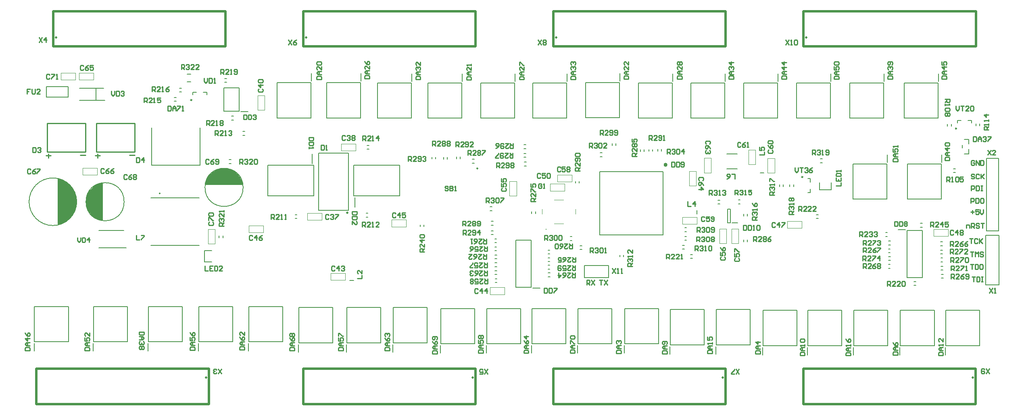
<source format=gto>
G04*
G04 #@! TF.GenerationSoftware,Altium Limited,Altium Designer,21.6.4 (81)*
G04*
G04 Layer_Color=65535*
%FSLAX43Y43*%
%MOMM*%
G71*
G04*
G04 #@! TF.SameCoordinates,38FC9672-5BFE-4C4D-A481-017CD4E88717*
G04*
G04*
G04 #@! TF.FilePolarity,Positive*
G04*
G01*
G75*
%ADD10C,0.400*%
%ADD11C,0.250*%
%ADD12C,0.254*%
%ADD13C,0.200*%
%ADD14C,0.500*%
%ADD15C,0.100*%
%ADD16C,0.152*%
%ADD17C,0.220*%
%ADD18C,0.500*%
G36*
X8308Y39825D02*
Y49625D01*
X8908Y49475D01*
X9483Y49225D01*
X10108Y48875D01*
X10558Y48525D01*
X11183Y47900D01*
X11583Y47325D01*
X12083Y46300D01*
X12283Y45375D01*
X12308Y44275D01*
X12183Y43550D01*
X11983Y42900D01*
X11583Y42100D01*
X11083Y41450D01*
X10383Y40775D01*
X9658Y40325D01*
X8583Y39875D01*
X8333Y39825D01*
X8308D01*
D02*
G37*
G36*
X17756Y48725D02*
Y40725D01*
X16956Y40925D01*
X16206Y41275D01*
X15631Y41725D01*
X15131Y42225D01*
X14681Y42950D01*
X14406Y43625D01*
X14256Y44400D01*
X14281Y45150D01*
X14406Y45850D01*
X14706Y46575D01*
X15056Y47125D01*
X15556Y47675D01*
X16131Y48100D01*
X17031Y48525D01*
X17756Y48725D01*
D02*
G37*
G36*
X47238Y48244D02*
X39238D01*
X39438Y49044D01*
X39788Y49794D01*
X40238Y50369D01*
X40738Y50869D01*
X41463Y51319D01*
X42138Y51594D01*
X42913Y51744D01*
X43663Y51719D01*
X44363Y51594D01*
X45088Y51294D01*
X45638Y50944D01*
X46188Y50444D01*
X46613Y49869D01*
X47038Y48969D01*
X47238Y48244D01*
D02*
G37*
D10*
X136125Y52482D02*
G03*
X136125Y52482I-200J0D01*
G01*
D11*
X164745Y49941D02*
G03*
X164745Y49941I-125J0D01*
G01*
X36476Y66099D02*
G03*
X36476Y66099I-125J0D01*
G01*
X197005Y60106D02*
G03*
X197005Y60106I-125J0D01*
G01*
D12*
X96532Y51720D02*
G03*
X96532Y51720I-125J0D01*
G01*
X23382Y54501D02*
X24482D01*
X16682Y53901D02*
Y54801D01*
X16182Y54401D02*
X17182D01*
X13045Y54501D02*
X14145D01*
X6345Y53901D02*
Y54801D01*
X5845Y54401D02*
X6845D01*
X183991Y40580D02*
Y39581D01*
X184491D01*
X184657Y39747D01*
Y40414D01*
X184491Y40580D01*
X183991D01*
X184991D02*
Y39581D01*
X185491D01*
X185657Y39747D01*
Y40414D01*
X185491Y40580D01*
X184991D01*
X185990Y40414D02*
X186157Y40580D01*
X186490D01*
X186657Y40414D01*
Y40247D01*
X186490Y40081D01*
X186657Y39914D01*
Y39747D01*
X186490Y39581D01*
X186157D01*
X185990Y39747D01*
Y39914D01*
X186157Y40081D01*
X185990Y40247D01*
Y40414D01*
X186157Y40081D02*
X186490D01*
X110433Y26540D02*
Y25541D01*
X110933D01*
X111099Y25707D01*
Y26374D01*
X110933Y26540D01*
X110433D01*
X111432D02*
Y25541D01*
X111932D01*
X112099Y25707D01*
Y26374D01*
X111932Y26540D01*
X111432D01*
X112432D02*
X113099D01*
Y26374D01*
X112432Y25707D01*
Y25541D01*
X122057Y28235D02*
X122723D01*
X122390D01*
Y27235D01*
X123057Y28235D02*
X123723Y27235D01*
Y28235D02*
X123057Y27235D01*
X119353Y27276D02*
Y28275D01*
X119853D01*
X120020Y28109D01*
Y27776D01*
X119853Y27609D01*
X119353D01*
X119687D02*
X120020Y27276D01*
X120353Y28275D02*
X121020Y27276D01*
Y28275D02*
X120353Y27276D01*
X200233Y28947D02*
X200899D01*
X200566D01*
Y27947D01*
X201233Y28947D02*
Y27947D01*
X201732D01*
X201899Y28114D01*
Y28780D01*
X201732Y28947D01*
X201233D01*
X202232D02*
X202565D01*
X202399D01*
Y27947D01*
X202232D01*
X202565D01*
X199897Y31533D02*
X200563D01*
X200230D01*
Y30534D01*
X200896Y31533D02*
Y30534D01*
X201396D01*
X201563Y30700D01*
Y31367D01*
X201396Y31533D01*
X200896D01*
X202396D02*
X202063D01*
X201896Y31367D01*
Y30700D01*
X202063Y30534D01*
X202396D01*
X202562Y30700D01*
Y31367D01*
X202396Y31533D01*
X199914Y34219D02*
X200580D01*
X200247D01*
Y33219D01*
X200914D02*
Y34219D01*
X201247Y33886D01*
X201580Y34219D01*
Y33219D01*
X202580Y34052D02*
X202413Y34219D01*
X202080D01*
X201913Y34052D01*
Y33886D01*
X202080Y33719D01*
X202413D01*
X202580Y33553D01*
Y33386D01*
X202413Y33219D01*
X202080D01*
X201913Y33386D01*
X199782Y37007D02*
X200449D01*
X200115D01*
Y36007D01*
X201448Y36840D02*
X201282Y37007D01*
X200948D01*
X200782Y36840D01*
Y36174D01*
X200948Y36007D01*
X201282D01*
X201448Y36174D01*
X201782Y37007D02*
Y36007D01*
Y36340D01*
X202448Y37007D01*
X201948Y36507D01*
X202448Y36007D01*
X199103Y39192D02*
Y39858D01*
X199602D01*
X199769Y39692D01*
Y39192D01*
X200102D02*
Y40191D01*
X200602D01*
X200769Y40025D01*
Y39692D01*
X200602Y39525D01*
X200102D01*
X200436D02*
X200769Y39192D01*
X201768Y40025D02*
X201602Y40191D01*
X201269D01*
X201102Y40025D01*
Y39858D01*
X201269Y39692D01*
X201602D01*
X201768Y39525D01*
Y39358D01*
X201602Y39192D01*
X201269D01*
X201102Y39358D01*
X202102Y40191D02*
X202768D01*
X202435D01*
Y39192D01*
X199985Y42580D02*
X200652D01*
X200318Y42913D02*
Y42247D01*
X201651Y43080D02*
X200985D01*
Y42580D01*
X201318Y42746D01*
X201485D01*
X201651Y42580D01*
Y42247D01*
X201485Y42080D01*
X201151D01*
X200985Y42247D01*
X201985Y43080D02*
Y42413D01*
X202318Y42080D01*
X202651Y42413D01*
Y43080D01*
X200025Y44479D02*
Y45478D01*
X200525D01*
X200691Y45312D01*
Y44979D01*
X200525Y44812D01*
X200025D01*
X201024Y45478D02*
Y44479D01*
X201524D01*
X201691Y44645D01*
Y45312D01*
X201524Y45478D01*
X201024D01*
X202524D02*
X202191D01*
X202024Y45312D01*
Y44645D01*
X202191Y44479D01*
X202524D01*
X202691Y44645D01*
Y45312D01*
X202524Y45478D01*
X200099Y47060D02*
Y48060D01*
X200599D01*
X200765Y47893D01*
Y47560D01*
X200599Y47393D01*
X200099D01*
X201099Y48060D02*
Y47060D01*
X201598D01*
X201765Y47227D01*
Y47893D01*
X201598Y48060D01*
X201099D01*
X202098D02*
X202431D01*
X202265D01*
Y47060D01*
X202098D01*
X202431D01*
X200762Y50397D02*
X200595Y50563D01*
X200262D01*
X200096Y50397D01*
Y50230D01*
X200262Y50063D01*
X200595D01*
X200762Y49897D01*
Y49730D01*
X200595Y49564D01*
X200262D01*
X200096Y49730D01*
X201762Y50397D02*
X201595Y50563D01*
X201262D01*
X201095Y50397D01*
Y49730D01*
X201262Y49564D01*
X201595D01*
X201762Y49730D01*
X202095Y50563D02*
Y49564D01*
Y49897D01*
X202761Y50563D01*
X202262Y50063D01*
X202761Y49564D01*
X200736Y53218D02*
X200569Y53385D01*
X200236D01*
X200069Y53218D01*
Y52552D01*
X200236Y52385D01*
X200569D01*
X200736Y52552D01*
Y52885D01*
X200403D01*
X201069Y52385D02*
Y53385D01*
X201736Y52385D01*
Y53385D01*
X202069D02*
Y52385D01*
X202569D01*
X202735Y52552D01*
Y53218D01*
X202569Y53385D01*
X202069D01*
X124718Y30694D02*
X125384Y29694D01*
Y30694D02*
X124718Y29694D01*
X125717D02*
X126051D01*
X125884D01*
Y30694D01*
X125717Y30527D01*
X126550Y29694D02*
X126884D01*
X126717D01*
Y30694D01*
X126550Y30527D01*
X161120Y78738D02*
X161786Y77739D01*
Y78738D02*
X161120Y77739D01*
X162120D02*
X162453D01*
X162286D01*
Y78738D01*
X162120Y78572D01*
X162953D02*
X163119Y78738D01*
X163453D01*
X163619Y78572D01*
Y77905D01*
X163453Y77739D01*
X163119D01*
X162953Y77905D01*
Y78572D01*
X203853Y8604D02*
X203186Y9603D01*
Y8604D02*
X203853Y9603D01*
X202853Y9437D02*
X202686Y9603D01*
X202353D01*
X202187Y9437D01*
Y8770D01*
X202353Y8604D01*
X202686D01*
X202853Y8770D01*
Y8937D01*
X202686Y9104D01*
X202187D01*
X109181Y78722D02*
X109847Y77722D01*
Y78722D02*
X109181Y77722D01*
X110181Y78555D02*
X110347Y78722D01*
X110680D01*
X110847Y78555D01*
Y78388D01*
X110680Y78222D01*
X110847Y78055D01*
Y77889D01*
X110680Y77722D01*
X110347D01*
X110181Y77889D01*
Y78055D01*
X110347Y78222D01*
X110181Y78388D01*
Y78555D01*
X110347Y78222D02*
X110680D01*
X151350Y8557D02*
X150683Y9557D01*
Y8557D02*
X151350Y9557D01*
X150350Y8557D02*
X149684D01*
Y8724D01*
X150350Y9390D01*
Y9557D01*
X56730Y78728D02*
X57396Y77728D01*
Y78728D02*
X56730Y77728D01*
X58396Y78728D02*
X58063Y78561D01*
X57729Y78228D01*
Y77895D01*
X57896Y77728D01*
X58229D01*
X58396Y77895D01*
Y78061D01*
X58229Y78228D01*
X57729D01*
X98572Y8526D02*
X97906Y9526D01*
Y8526D02*
X98572Y9526D01*
X96906Y8526D02*
X97572D01*
Y9026D01*
X97239Y8860D01*
X97073D01*
X96906Y9026D01*
Y9360D01*
X97073Y9526D01*
X97406D01*
X97572Y9360D01*
X4382Y79197D02*
X5048Y78197D01*
Y79197D02*
X4382Y78197D01*
X5881D02*
Y79197D01*
X5381Y78697D01*
X6048D01*
X42676Y8591D02*
X42009Y9591D01*
Y8591D02*
X42676Y9591D01*
X41676Y8758D02*
X41510Y8591D01*
X41176D01*
X41010Y8758D01*
Y8924D01*
X41176Y9091D01*
X41343D01*
X41176D01*
X41010Y9258D01*
Y9424D01*
X41176Y9591D01*
X41510D01*
X41676Y9424D01*
X203527Y55566D02*
X204193Y54566D01*
Y55566D02*
X203527Y54566D01*
X205193D02*
X204526D01*
X205193Y55233D01*
Y55399D01*
X205026Y55566D01*
X204693D01*
X204526Y55399D01*
X203916Y26539D02*
X204582Y25539D01*
Y26539D02*
X203916Y25539D01*
X204916D02*
X205249D01*
X205082D01*
Y26539D01*
X204916Y26372D01*
X163086Y51849D02*
Y51182D01*
X163419Y50849D01*
X163752Y51182D01*
Y51849D01*
X164086D02*
X164752D01*
X164419D01*
Y50849D01*
X165085Y51682D02*
X165252Y51849D01*
X165585D01*
X165752Y51682D01*
Y51515D01*
X165585Y51349D01*
X165419D01*
X165585D01*
X165752Y51182D01*
Y51016D01*
X165585Y50849D01*
X165252D01*
X165085Y51016D01*
X166751Y51849D02*
X166418Y51682D01*
X166085Y51349D01*
Y51016D01*
X166252Y50849D01*
X166585D01*
X166751Y51016D01*
Y51182D01*
X166585Y51349D01*
X166085D01*
X196894Y64823D02*
Y64157D01*
X197227Y63823D01*
X197561Y64157D01*
Y64823D01*
X197894D02*
X198560D01*
X198227D01*
Y63823D01*
X199560D02*
X198893D01*
X199560Y64490D01*
Y64656D01*
X199393Y64823D01*
X199060D01*
X198893Y64656D01*
X199893D02*
X200060Y64823D01*
X200393D01*
X200560Y64656D01*
Y63990D01*
X200393Y63823D01*
X200060D01*
X199893Y63990D01*
Y64656D01*
X12443Y37194D02*
Y36527D01*
X12777Y36194D01*
X13110Y36527D01*
Y37194D01*
X13443D02*
Y36194D01*
X13943D01*
X14110Y36361D01*
Y37027D01*
X13943Y37194D01*
X13443D01*
X14943Y36194D02*
Y37194D01*
X14443Y36694D01*
X15109D01*
X19573Y67998D02*
Y67332D01*
X19907Y66999D01*
X20240Y67332D01*
Y67998D01*
X20573D02*
Y66999D01*
X21073D01*
X21240Y67165D01*
Y67832D01*
X21073Y67998D01*
X20573D01*
X21573Y67832D02*
X21739Y67998D01*
X22073D01*
X22239Y67832D01*
Y67665D01*
X22073Y67498D01*
X21906D01*
X22073D01*
X22239Y67332D01*
Y67165D01*
X22073Y66999D01*
X21739D01*
X21573Y67165D01*
X39077Y70666D02*
Y70000D01*
X39410Y69667D01*
X39743Y70000D01*
Y70666D01*
X40077D02*
Y69667D01*
X40576D01*
X40743Y69833D01*
Y70500D01*
X40576Y70666D01*
X40077D01*
X41076Y69667D02*
X41410D01*
X41243D01*
Y70666D01*
X41076Y70500D01*
X90263Y47866D02*
X90096Y48033D01*
X89763D01*
X89596Y47866D01*
Y47699D01*
X89763Y47533D01*
X90096D01*
X90263Y47366D01*
Y47199D01*
X90096Y47033D01*
X89763D01*
X89596Y47199D01*
X90596Y48033D02*
Y47033D01*
X91096D01*
X91262Y47199D01*
Y47366D01*
X91096Y47533D01*
X90596D01*
X91096D01*
X91262Y47699D01*
Y47866D01*
X91096Y48033D01*
X90596D01*
X91596Y47033D02*
X91929D01*
X91762D01*
Y48033D01*
X91596Y47866D01*
X34267Y72536D02*
Y73536D01*
X34767D01*
X34934Y73370D01*
Y73036D01*
X34767Y72870D01*
X34267D01*
X34600D02*
X34934Y72536D01*
X35267Y73370D02*
X35434Y73536D01*
X35767D01*
X35933Y73370D01*
Y73203D01*
X35767Y73036D01*
X35600D01*
X35767D01*
X35933Y72870D01*
Y72703D01*
X35767Y72536D01*
X35434D01*
X35267Y72703D01*
X36933Y72536D02*
X36267D01*
X36933Y73203D01*
Y73370D01*
X36766Y73536D01*
X36433D01*
X36267Y73370D01*
X37933Y72536D02*
X37266D01*
X37933Y73203D01*
Y73370D01*
X37766Y73536D01*
X37433D01*
X37266Y73370D01*
X43154Y39584D02*
X42154D01*
Y40084D01*
X42321Y40250D01*
X42654D01*
X42821Y40084D01*
Y39584D01*
Y39917D02*
X43154Y40250D01*
X42321Y40584D02*
X42154Y40750D01*
Y41083D01*
X42321Y41250D01*
X42487D01*
X42654Y41083D01*
Y40917D01*
Y41083D01*
X42821Y41250D01*
X42987D01*
X43154Y41083D01*
Y40750D01*
X42987Y40584D01*
X43154Y42250D02*
Y41583D01*
X42487Y42250D01*
X42321D01*
X42154Y42083D01*
Y41750D01*
X42321Y41583D01*
X43154Y42583D02*
Y42916D01*
Y42750D01*
X42154D01*
X42321Y42583D01*
X46521Y52637D02*
Y53637D01*
X47021D01*
X47188Y53470D01*
Y53137D01*
X47021Y52970D01*
X46521D01*
X46854D02*
X47188Y52637D01*
X47521Y53470D02*
X47687Y53637D01*
X48021D01*
X48187Y53470D01*
Y53303D01*
X48021Y53137D01*
X47854D01*
X48021D01*
X48187Y52970D01*
Y52803D01*
X48021Y52637D01*
X47687D01*
X47521Y52803D01*
X49187Y52637D02*
X48521D01*
X49187Y53303D01*
Y53470D01*
X49020Y53637D01*
X48687D01*
X48521Y53470D01*
X49520D02*
X49687Y53637D01*
X50020D01*
X50187Y53470D01*
Y52803D01*
X50020Y52637D01*
X49687D01*
X49520Y52803D01*
Y53470D01*
X166714Y54616D02*
Y55615D01*
X167214D01*
X167380Y55449D01*
Y55115D01*
X167214Y54949D01*
X166714D01*
X167047D02*
X167380Y54616D01*
X167714Y55449D02*
X167880Y55615D01*
X168214D01*
X168380Y55449D01*
Y55282D01*
X168214Y55115D01*
X168047D01*
X168214D01*
X168380Y54949D01*
Y54782D01*
X168214Y54616D01*
X167880D01*
X167714Y54782D01*
X168713Y54616D02*
X169047D01*
X168880D01*
Y55615D01*
X168713Y55449D01*
X169546Y54782D02*
X169713Y54616D01*
X170046D01*
X170213Y54782D01*
Y55449D01*
X170046Y55615D01*
X169713D01*
X169546Y55449D01*
Y55282D01*
X169713Y55115D01*
X170213D01*
X162816Y42075D02*
X161816D01*
Y42575D01*
X161982Y42741D01*
X162316D01*
X162482Y42575D01*
Y42075D01*
Y42408D02*
X162816Y42741D01*
X161982Y43075D02*
X161816Y43241D01*
Y43575D01*
X161982Y43741D01*
X162149D01*
X162316Y43575D01*
Y43408D01*
Y43575D01*
X162482Y43741D01*
X162649D01*
X162816Y43575D01*
Y43241D01*
X162649Y43075D01*
X162816Y44074D02*
Y44408D01*
Y44241D01*
X161816D01*
X161982Y44074D01*
Y44907D02*
X161816Y45074D01*
Y45407D01*
X161982Y45574D01*
X162149D01*
X162316Y45407D01*
X162482Y45574D01*
X162649D01*
X162816Y45407D01*
Y45074D01*
X162649Y44907D01*
X162482D01*
X162316Y45074D01*
X162149Y44907D01*
X161982D01*
X162316Y45074D02*
Y45407D01*
X158763Y46143D02*
X157764D01*
Y46642D01*
X157930Y46809D01*
X158263D01*
X158430Y46642D01*
Y46143D01*
Y46476D02*
X158763Y46809D01*
X157930Y47142D02*
X157764Y47309D01*
Y47642D01*
X157930Y47809D01*
X158097D01*
X158263Y47642D01*
Y47476D01*
Y47642D01*
X158430Y47809D01*
X158597D01*
X158763Y47642D01*
Y47309D01*
X158597Y47142D01*
X158763Y48142D02*
Y48475D01*
Y48309D01*
X157764D01*
X157930Y48142D01*
X157764Y48975D02*
Y49641D01*
X157930D01*
X158597Y48975D01*
X158763D01*
X155113Y40925D02*
X154113D01*
Y41425D01*
X154280Y41592D01*
X154613D01*
X154780Y41425D01*
Y40925D01*
Y41258D02*
X155113Y41592D01*
X154280Y41925D02*
X154113Y42091D01*
Y42425D01*
X154280Y42591D01*
X154447D01*
X154613Y42425D01*
Y42258D01*
Y42425D01*
X154780Y42591D01*
X154946D01*
X155113Y42425D01*
Y42091D01*
X154946Y41925D01*
X155113Y42924D02*
Y43258D01*
Y43091D01*
X154113D01*
X154280Y42924D01*
X154113Y44424D02*
X154280Y44091D01*
X154613Y43758D01*
X154946D01*
X155113Y43924D01*
Y44257D01*
X154946Y44424D01*
X154780D01*
X154613Y44257D01*
Y43758D01*
X150478Y46188D02*
Y47188D01*
X150978D01*
X151144Y47021D01*
Y46688D01*
X150978Y46521D01*
X150478D01*
X150811D02*
X151144Y46188D01*
X151478Y47021D02*
X151644Y47188D01*
X151977D01*
X152144Y47021D01*
Y46855D01*
X151977Y46688D01*
X151811D01*
X151977D01*
X152144Y46521D01*
Y46355D01*
X151977Y46188D01*
X151644D01*
X151478Y46355D01*
X152477Y46188D02*
X152810D01*
X152644D01*
Y47188D01*
X152477Y47021D01*
X153977Y47188D02*
X153310D01*
Y46688D01*
X153644Y46855D01*
X153810D01*
X153977Y46688D01*
Y46355D01*
X153810Y46188D01*
X153477D01*
X153310Y46355D01*
X145047Y46146D02*
Y47145D01*
X145547D01*
X145714Y46979D01*
Y46646D01*
X145547Y46479D01*
X145047D01*
X145380D02*
X145714Y46146D01*
X146047Y46979D02*
X146214Y47145D01*
X146547D01*
X146713Y46979D01*
Y46812D01*
X146547Y46646D01*
X146380D01*
X146547D01*
X146713Y46479D01*
Y46312D01*
X146547Y46146D01*
X146214D01*
X146047Y46312D01*
X147047Y46146D02*
X147380D01*
X147213D01*
Y47145D01*
X147047Y46979D01*
X147880D02*
X148046Y47145D01*
X148380D01*
X148546Y46979D01*
Y46812D01*
X148380Y46646D01*
X148213D01*
X148380D01*
X148546Y46479D01*
Y46312D01*
X148380Y46146D01*
X148046D01*
X147880Y46312D01*
X128983Y31121D02*
X127983D01*
Y31621D01*
X128150Y31788D01*
X128483D01*
X128649Y31621D01*
Y31121D01*
Y31454D02*
X128983Y31788D01*
X128150Y32121D02*
X127983Y32287D01*
Y32621D01*
X128150Y32787D01*
X128316D01*
X128483Y32621D01*
Y32454D01*
Y32621D01*
X128649Y32787D01*
X128816D01*
X128983Y32621D01*
Y32287D01*
X128816Y32121D01*
X128983Y33120D02*
Y33454D01*
Y33287D01*
X127983D01*
X128150Y33120D01*
X128983Y34620D02*
Y33953D01*
X128316Y34620D01*
X128150D01*
X127983Y34453D01*
Y34120D01*
X128150Y33953D01*
X142098Y34456D02*
Y35456D01*
X142598D01*
X142764Y35289D01*
Y34956D01*
X142598Y34789D01*
X142098D01*
X142431D02*
X142764Y34456D01*
X143098Y35289D02*
X143264Y35456D01*
X143597D01*
X143764Y35289D01*
Y35123D01*
X143597Y34956D01*
X143431D01*
X143597D01*
X143764Y34789D01*
Y34623D01*
X143597Y34456D01*
X143264D01*
X143098Y34623D01*
X144097Y34456D02*
X144430D01*
X144264D01*
Y35456D01*
X144097Y35289D01*
X144930D02*
X145097Y35456D01*
X145430D01*
X145597Y35289D01*
Y34623D01*
X145430Y34456D01*
X145097D01*
X144930Y34623D01*
Y35289D01*
X142490Y38345D02*
Y39345D01*
X142990D01*
X143156Y39178D01*
Y38845D01*
X142990Y38678D01*
X142490D01*
X142823D02*
X143156Y38345D01*
X143490Y39178D02*
X143656Y39345D01*
X143989D01*
X144156Y39178D01*
Y39011D01*
X143989Y38845D01*
X143823D01*
X143989D01*
X144156Y38678D01*
Y38512D01*
X143989Y38345D01*
X143656D01*
X143490Y38512D01*
X144489Y39178D02*
X144656Y39345D01*
X144989D01*
X145156Y39178D01*
Y38512D01*
X144989Y38345D01*
X144656D01*
X144489Y38512D01*
Y39178D01*
X145489Y38512D02*
X145655Y38345D01*
X145989D01*
X146155Y38512D01*
Y39178D01*
X145989Y39345D01*
X145655D01*
X145489Y39178D01*
Y39011D01*
X145655Y38845D01*
X146155D01*
X142461Y36357D02*
Y37357D01*
X142961D01*
X143127Y37190D01*
Y36857D01*
X142961Y36691D01*
X142461D01*
X142794D02*
X143127Y36357D01*
X143461Y37190D02*
X143627Y37357D01*
X143961D01*
X144127Y37190D01*
Y37024D01*
X143961Y36857D01*
X143794D01*
X143961D01*
X144127Y36691D01*
Y36524D01*
X143961Y36357D01*
X143627D01*
X143461Y36524D01*
X144460Y37190D02*
X144627Y37357D01*
X144960D01*
X145127Y37190D01*
Y36524D01*
X144960Y36357D01*
X144627D01*
X144460Y36524D01*
Y37190D01*
X145460D02*
X145627Y37357D01*
X145960D01*
X146127Y37190D01*
Y37024D01*
X145960Y36857D01*
X146127Y36691D01*
Y36524D01*
X145960Y36357D01*
X145627D01*
X145460Y36524D01*
Y36691D01*
X145627Y36857D01*
X145460Y37024D01*
Y37190D01*
X145627Y36857D02*
X145960D01*
X98264Y44529D02*
Y45529D01*
X98764D01*
X98931Y45362D01*
Y45029D01*
X98764Y44862D01*
X98264D01*
X98598D02*
X98931Y44529D01*
X99264Y45362D02*
X99431Y45529D01*
X99764D01*
X99931Y45362D01*
Y45195D01*
X99764Y45029D01*
X99597D01*
X99764D01*
X99931Y44862D01*
Y44696D01*
X99764Y44529D01*
X99431D01*
X99264Y44696D01*
X100264Y45362D02*
X100430Y45529D01*
X100764D01*
X100930Y45362D01*
Y44696D01*
X100764Y44529D01*
X100430D01*
X100264Y44696D01*
Y45362D01*
X101263Y45529D02*
X101930D01*
Y45362D01*
X101263Y44696D01*
Y44529D01*
X136228Y54789D02*
Y55788D01*
X136727D01*
X136894Y55622D01*
Y55289D01*
X136727Y55122D01*
X136228D01*
X136561D02*
X136894Y54789D01*
X137227Y55622D02*
X137394Y55788D01*
X137727D01*
X137894Y55622D01*
Y55455D01*
X137727Y55289D01*
X137560D01*
X137727D01*
X137894Y55122D01*
Y54955D01*
X137727Y54789D01*
X137394D01*
X137227Y54955D01*
X138227Y55622D02*
X138393Y55788D01*
X138727D01*
X138893Y55622D01*
Y54955D01*
X138727Y54789D01*
X138393D01*
X138227Y54955D01*
Y55622D01*
X139726Y54789D02*
Y55788D01*
X139227Y55289D01*
X139893D01*
X119891Y56021D02*
Y57020D01*
X120391D01*
X120557Y56854D01*
Y56520D01*
X120391Y56354D01*
X119891D01*
X120224D02*
X120557Y56021D01*
X120890Y56854D02*
X121057Y57020D01*
X121390D01*
X121557Y56854D01*
Y56687D01*
X121390Y56520D01*
X121224D01*
X121390D01*
X121557Y56354D01*
Y56187D01*
X121390Y56021D01*
X121057D01*
X120890Y56187D01*
X121890Y56854D02*
X122057Y57020D01*
X122390D01*
X122557Y56854D01*
Y56187D01*
X122390Y56021D01*
X122057D01*
X121890Y56187D01*
Y56854D01*
X123556Y56021D02*
X122890D01*
X123556Y56687D01*
Y56854D01*
X123390Y57020D01*
X123056D01*
X122890Y56854D01*
X120100Y34047D02*
Y35047D01*
X120600D01*
X120767Y34880D01*
Y34547D01*
X120600Y34380D01*
X120100D01*
X120434D02*
X120767Y34047D01*
X121100Y34880D02*
X121267Y35047D01*
X121600D01*
X121766Y34880D01*
Y34714D01*
X121600Y34547D01*
X121433D01*
X121600D01*
X121766Y34380D01*
Y34214D01*
X121600Y34047D01*
X121267D01*
X121100Y34214D01*
X122100Y34880D02*
X122266Y35047D01*
X122599D01*
X122766Y34880D01*
Y34214D01*
X122599Y34047D01*
X122266D01*
X122100Y34214D01*
Y34880D01*
X123099Y34047D02*
X123433D01*
X123266D01*
Y35047D01*
X123099Y34880D01*
X110497Y36641D02*
Y37640D01*
X110997D01*
X111164Y37474D01*
Y37141D01*
X110997Y36974D01*
X110497D01*
X110830D02*
X111164Y36641D01*
X111497Y37474D02*
X111663Y37640D01*
X111997D01*
X112163Y37474D01*
Y37307D01*
X111997Y37141D01*
X111830D01*
X111997D01*
X112163Y36974D01*
Y36807D01*
X111997Y36641D01*
X111663D01*
X111497Y36807D01*
X112497Y37474D02*
X112663Y37640D01*
X112996D01*
X113163Y37474D01*
Y36807D01*
X112996Y36641D01*
X112663D01*
X112497Y36807D01*
Y37474D01*
X113496D02*
X113663Y37640D01*
X113996D01*
X114163Y37474D01*
Y36807D01*
X113996Y36641D01*
X113663D01*
X113496Y36807D01*
Y37474D01*
X122167Y58784D02*
Y59784D01*
X122667D01*
X122834Y59617D01*
Y59284D01*
X122667Y59118D01*
X122167D01*
X122500D02*
X122834Y58784D01*
X123833D02*
X123167D01*
X123833Y59451D01*
Y59617D01*
X123667Y59784D01*
X123333D01*
X123167Y59617D01*
X124166Y58951D02*
X124333Y58784D01*
X124666D01*
X124833Y58951D01*
Y59617D01*
X124666Y59784D01*
X124333D01*
X124166Y59617D01*
Y59451D01*
X124333Y59284D01*
X124833D01*
X125166Y58951D02*
X125333Y58784D01*
X125666D01*
X125833Y58951D01*
Y59617D01*
X125666Y59784D01*
X125333D01*
X125166Y59617D01*
Y59451D01*
X125333Y59284D01*
X125833D01*
X100410Y51912D02*
Y52911D01*
X100910D01*
X101076Y52745D01*
Y52411D01*
X100910Y52245D01*
X100410D01*
X100743D02*
X101076Y51912D01*
X102076D02*
X101410D01*
X102076Y52578D01*
Y52745D01*
X101909Y52911D01*
X101576D01*
X101410Y52745D01*
X102409Y52078D02*
X102576Y51912D01*
X102909D01*
X103076Y52078D01*
Y52745D01*
X102909Y52911D01*
X102576D01*
X102409Y52745D01*
Y52578D01*
X102576Y52411D01*
X103076D01*
X103409Y52745D02*
X103575Y52911D01*
X103909D01*
X104075Y52745D01*
Y52578D01*
X103909Y52411D01*
X104075Y52245D01*
Y52078D01*
X103909Y51912D01*
X103575D01*
X103409Y52078D01*
Y52245D01*
X103575Y52411D01*
X103409Y52578D01*
Y52745D01*
X103575Y52411D02*
X103909D01*
X103854Y54960D02*
Y53960D01*
X103354D01*
X103188Y54127D01*
Y54460D01*
X103354Y54627D01*
X103854D01*
X103521D02*
X103188Y54960D01*
X102188D02*
X102855D01*
X102188Y54293D01*
Y54127D01*
X102355Y53960D01*
X102688D01*
X102855Y54127D01*
X101855Y54793D02*
X101688Y54960D01*
X101355D01*
X101188Y54793D01*
Y54127D01*
X101355Y53960D01*
X101688D01*
X101855Y54127D01*
Y54293D01*
X101688Y54460D01*
X101188D01*
X100855Y53960D02*
X100189D01*
Y54127D01*
X100855Y54793D01*
Y54960D01*
X103929Y56960D02*
Y55960D01*
X103429D01*
X103263Y56127D01*
Y56460D01*
X103429Y56627D01*
X103929D01*
X103596D02*
X103263Y56960D01*
X102263D02*
X102929D01*
X102263Y56293D01*
Y56127D01*
X102430Y55960D01*
X102763D01*
X102929Y56127D01*
X101930Y56793D02*
X101763Y56960D01*
X101430D01*
X101263Y56793D01*
Y56127D01*
X101430Y55960D01*
X101763D01*
X101930Y56127D01*
Y56293D01*
X101763Y56460D01*
X101263D01*
X100264Y55960D02*
X100597Y56127D01*
X100930Y56460D01*
Y56793D01*
X100763Y56960D01*
X100430D01*
X100264Y56793D01*
Y56627D01*
X100430Y56460D01*
X100930D01*
X93381Y37741D02*
Y38741D01*
X93881D01*
X94047Y38574D01*
Y38241D01*
X93881Y38074D01*
X93381D01*
X93714D02*
X94047Y37741D01*
X95047D02*
X94381D01*
X95047Y38407D01*
Y38574D01*
X94881Y38741D01*
X94547D01*
X94381Y38574D01*
X95380Y37908D02*
X95547Y37741D01*
X95880D01*
X96047Y37908D01*
Y38574D01*
X95880Y38741D01*
X95547D01*
X95380Y38574D01*
Y38407D01*
X95547Y38241D01*
X96047D01*
X96880Y37741D02*
Y38741D01*
X96380Y38241D01*
X97047D01*
X81905Y53261D02*
Y54260D01*
X82404D01*
X82571Y54094D01*
Y53761D01*
X82404Y53594D01*
X81905D01*
X82238D02*
X82571Y53261D01*
X83571D02*
X82904D01*
X83571Y53927D01*
Y54094D01*
X83404Y54260D01*
X83071D01*
X82904Y54094D01*
X83904Y53427D02*
X84071Y53261D01*
X84404D01*
X84570Y53427D01*
Y54094D01*
X84404Y54260D01*
X84071D01*
X83904Y54094D01*
Y53927D01*
X84071Y53761D01*
X84570D01*
X84904Y54094D02*
X85070Y54260D01*
X85403D01*
X85570Y54094D01*
Y53927D01*
X85403Y53761D01*
X85237D01*
X85403D01*
X85570Y53594D01*
Y53427D01*
X85403Y53261D01*
X85070D01*
X84904Y53427D01*
X91865Y56305D02*
Y57305D01*
X92365D01*
X92532Y57138D01*
Y56805D01*
X92365Y56638D01*
X91865D01*
X92198D02*
X92532Y56305D01*
X93531D02*
X92865D01*
X93531Y56971D01*
Y57138D01*
X93365Y57305D01*
X93031D01*
X92865Y57138D01*
X93864Y56471D02*
X94031Y56305D01*
X94364D01*
X94531Y56471D01*
Y57138D01*
X94364Y57305D01*
X94031D01*
X93864Y57138D01*
Y56971D01*
X94031Y56805D01*
X94531D01*
X95531Y56305D02*
X94864D01*
X95531Y56971D01*
Y57138D01*
X95364Y57305D01*
X95031D01*
X94864Y57138D01*
X132430Y57677D02*
Y58677D01*
X132930D01*
X133096Y58511D01*
Y58177D01*
X132930Y58011D01*
X132430D01*
X132763D02*
X133096Y57677D01*
X134096D02*
X133430D01*
X134096Y58344D01*
Y58511D01*
X133929Y58677D01*
X133596D01*
X133430Y58511D01*
X134429Y57844D02*
X134596Y57677D01*
X134929D01*
X135096Y57844D01*
Y58511D01*
X134929Y58677D01*
X134596D01*
X134429Y58511D01*
Y58344D01*
X134596Y58177D01*
X135096D01*
X135429Y57677D02*
X135762D01*
X135596D01*
Y58677D01*
X135429Y58511D01*
X117926Y51250D02*
X116926D01*
Y51750D01*
X117093Y51916D01*
X117426D01*
X117593Y51750D01*
Y51250D01*
Y51583D02*
X117926Y51916D01*
Y52916D02*
Y52249D01*
X117260Y52916D01*
X117093D01*
X116926Y52749D01*
Y52416D01*
X117093Y52249D01*
X117759Y53249D02*
X117926Y53416D01*
Y53749D01*
X117759Y53915D01*
X117093D01*
X116926Y53749D01*
Y53416D01*
X117093Y53249D01*
X117260D01*
X117426Y53416D01*
Y53915D01*
X117093Y54249D02*
X116926Y54415D01*
Y54749D01*
X117093Y54915D01*
X117759D01*
X117926Y54749D01*
Y54415D01*
X117759Y54249D01*
X117093D01*
X93345Y39663D02*
Y40663D01*
X93845D01*
X94012Y40496D01*
Y40163D01*
X93845Y39996D01*
X93345D01*
X93679D02*
X94012Y39663D01*
X95012D02*
X94345D01*
X95012Y40329D01*
Y40496D01*
X94845Y40663D01*
X94512D01*
X94345Y40496D01*
X95345D02*
X95511Y40663D01*
X95845D01*
X96011Y40496D01*
Y40329D01*
X95845Y40163D01*
X96011Y39996D01*
Y39829D01*
X95845Y39663D01*
X95511D01*
X95345Y39829D01*
Y39996D01*
X95511Y40163D01*
X95345Y40329D01*
Y40496D01*
X95511Y40163D02*
X95845D01*
X96344Y39829D02*
X96511Y39663D01*
X96844D01*
X97011Y39829D01*
Y40496D01*
X96844Y40663D01*
X96511D01*
X96344Y40496D01*
Y40329D01*
X96511Y40163D01*
X97011D01*
X86986Y56450D02*
Y57449D01*
X87486D01*
X87653Y57283D01*
Y56950D01*
X87486Y56783D01*
X86986D01*
X87320D02*
X87653Y56450D01*
X88653D02*
X87986D01*
X88653Y57116D01*
Y57283D01*
X88486Y57449D01*
X88153D01*
X87986Y57283D01*
X88986D02*
X89152Y57449D01*
X89486D01*
X89652Y57283D01*
Y57116D01*
X89486Y56950D01*
X89652Y56783D01*
Y56616D01*
X89486Y56450D01*
X89152D01*
X88986Y56616D01*
Y56783D01*
X89152Y56950D01*
X88986Y57116D01*
Y57283D01*
X89152Y56950D02*
X89486D01*
X89985Y57283D02*
X90152Y57449D01*
X90485D01*
X90652Y57283D01*
Y57116D01*
X90485Y56950D01*
X90652Y56783D01*
Y56616D01*
X90485Y56450D01*
X90152D01*
X89985Y56616D01*
Y56783D01*
X90152Y56950D01*
X89985Y57116D01*
Y57283D01*
X90152Y56950D02*
X90485D01*
X94416Y54503D02*
Y55503D01*
X94916D01*
X95082Y55336D01*
Y55003D01*
X94916Y54837D01*
X94416D01*
X94749D02*
X95082Y54503D01*
X96082D02*
X95416D01*
X96082Y55170D01*
Y55336D01*
X95916Y55503D01*
X95582D01*
X95416Y55336D01*
X96415D02*
X96582Y55503D01*
X96915D01*
X97082Y55336D01*
Y55170D01*
X96915Y55003D01*
X97082Y54837D01*
Y54670D01*
X96915Y54503D01*
X96582D01*
X96415Y54670D01*
Y54837D01*
X96582Y55003D01*
X96415Y55170D01*
Y55336D01*
X96582Y55003D02*
X96915D01*
X97415Y55503D02*
X98081D01*
Y55336D01*
X97415Y54670D01*
Y54503D01*
X154370Y36383D02*
Y37382D01*
X154869D01*
X155036Y37216D01*
Y36882D01*
X154869Y36716D01*
X154370D01*
X154703D02*
X155036Y36383D01*
X156036D02*
X155369D01*
X156036Y37049D01*
Y37216D01*
X155869Y37382D01*
X155536D01*
X155369Y37216D01*
X156369D02*
X156536Y37382D01*
X156869D01*
X157035Y37216D01*
Y37049D01*
X156869Y36882D01*
X157035Y36716D01*
Y36549D01*
X156869Y36383D01*
X156536D01*
X156369Y36549D01*
Y36716D01*
X156536Y36882D01*
X156369Y37049D01*
Y37216D01*
X156536Y36882D02*
X156869D01*
X158035Y37382D02*
X157702Y37216D01*
X157369Y36882D01*
Y36549D01*
X157535Y36383D01*
X157868D01*
X158035Y36549D01*
Y36716D01*
X157868Y36882D01*
X157369D01*
X129865Y54277D02*
X128865D01*
Y54777D01*
X129032Y54943D01*
X129365D01*
X129532Y54777D01*
Y54277D01*
Y54610D02*
X129865Y54943D01*
Y55943D02*
Y55277D01*
X129198Y55943D01*
X129032D01*
X128865Y55776D01*
Y55443D01*
X129032Y55277D01*
Y56276D02*
X128865Y56443D01*
Y56776D01*
X129032Y56943D01*
X129198D01*
X129365Y56776D01*
X129532Y56943D01*
X129698D01*
X129865Y56776D01*
Y56443D01*
X129698Y56276D01*
X129532D01*
X129365Y56443D01*
X129198Y56276D01*
X129032D01*
X129365Y56443D02*
Y56776D01*
X128865Y57942D02*
Y57276D01*
X129365D01*
X129198Y57609D01*
Y57776D01*
X129365Y57942D01*
X129698D01*
X129865Y57776D01*
Y57443D01*
X129698Y57276D01*
X108606Y44796D02*
X107606D01*
Y45296D01*
X107773Y45463D01*
X108106D01*
X108273Y45296D01*
Y44796D01*
Y45129D02*
X108606Y45463D01*
Y46462D02*
Y45796D01*
X107939Y46462D01*
X107773D01*
X107606Y46296D01*
Y45963D01*
X107773Y45796D01*
X107606Y46796D02*
Y47462D01*
X107773D01*
X108439Y46796D01*
X108606D01*
X107606Y48462D02*
Y47795D01*
X108106D01*
X107939Y48128D01*
Y48295D01*
X108106Y48462D01*
X108439D01*
X108606Y48295D01*
Y47962D01*
X108439Y47795D01*
X177322Y32357D02*
Y33357D01*
X177822D01*
X177989Y33191D01*
Y32857D01*
X177822Y32691D01*
X177322D01*
X177656D02*
X177989Y32357D01*
X178989D02*
X178322D01*
X178989Y33024D01*
Y33191D01*
X178822Y33357D01*
X178489D01*
X178322Y33191D01*
X179322Y33357D02*
X179988D01*
Y33191D01*
X179322Y32524D01*
Y32357D01*
X180821D02*
Y33357D01*
X180321Y32857D01*
X180988D01*
X177382Y35600D02*
Y36600D01*
X177882D01*
X178049Y36433D01*
Y36100D01*
X177882Y35933D01*
X177382D01*
X177715D02*
X178049Y35600D01*
X179048D02*
X178382D01*
X179048Y36266D01*
Y36433D01*
X178882Y36600D01*
X178549D01*
X178382Y36433D01*
X179382Y36600D02*
X180048D01*
Y36433D01*
X179382Y35767D01*
Y35600D01*
X180381Y36433D02*
X180548Y36600D01*
X180881D01*
X181048Y36433D01*
Y36266D01*
X180881Y36100D01*
X180714D01*
X180881D01*
X181048Y35933D01*
Y35767D01*
X180881Y35600D01*
X180548D01*
X180381Y35767D01*
X195660Y33749D02*
Y34749D01*
X196159D01*
X196326Y34582D01*
Y34249D01*
X196159Y34082D01*
X195660D01*
X195993D02*
X196326Y33749D01*
X197326D02*
X196659D01*
X197326Y34416D01*
Y34582D01*
X197159Y34749D01*
X196826D01*
X196659Y34582D01*
X197659Y34749D02*
X198325D01*
Y34582D01*
X197659Y33916D01*
Y33749D01*
X199325D02*
X198659D01*
X199325Y34416D01*
Y34582D01*
X199158Y34749D01*
X198825D01*
X198659Y34582D01*
X195874Y30258D02*
Y31258D01*
X196374D01*
X196540Y31091D01*
Y30758D01*
X196374Y30591D01*
X195874D01*
X196207D02*
X196540Y30258D01*
X197540D02*
X196874D01*
X197540Y30924D01*
Y31091D01*
X197373Y31258D01*
X197040D01*
X196874Y31091D01*
X197873Y31258D02*
X198540D01*
Y31091D01*
X197873Y30425D01*
Y30258D01*
X198873D02*
X199206D01*
X199039D01*
Y31258D01*
X198873Y31091D01*
X195798Y31992D02*
Y32991D01*
X196298D01*
X196464Y32825D01*
Y32492D01*
X196298Y32325D01*
X195798D01*
X196131D02*
X196464Y31992D01*
X197464D02*
X196798D01*
X197464Y32658D01*
Y32825D01*
X197297Y32991D01*
X196964D01*
X196798Y32825D01*
X197797Y32991D02*
X198464D01*
Y32825D01*
X197797Y32158D01*
Y31992D01*
X198797Y32825D02*
X198964Y32991D01*
X199297D01*
X199463Y32825D01*
Y32158D01*
X199297Y31992D01*
X198964D01*
X198797Y32158D01*
Y32825D01*
X195876Y28524D02*
Y29524D01*
X196376D01*
X196542Y29357D01*
Y29024D01*
X196376Y28857D01*
X195876D01*
X196209D02*
X196542Y28524D01*
X197542D02*
X196875D01*
X197542Y29191D01*
Y29357D01*
X197375Y29524D01*
X197042D01*
X196875Y29357D01*
X198542Y29524D02*
X198208Y29357D01*
X197875Y29024D01*
Y28691D01*
X198042Y28524D01*
X198375D01*
X198542Y28691D01*
Y28857D01*
X198375Y29024D01*
X197875D01*
X198875Y28691D02*
X199041Y28524D01*
X199375D01*
X199541Y28691D01*
Y29357D01*
X199375Y29524D01*
X199041D01*
X198875Y29357D01*
Y29191D01*
X199041Y29024D01*
X199541D01*
X177378Y30707D02*
Y31707D01*
X177878D01*
X178044Y31540D01*
Y31207D01*
X177878Y31040D01*
X177378D01*
X177711D02*
X178044Y30707D01*
X179044D02*
X178377D01*
X179044Y31374D01*
Y31540D01*
X178877Y31707D01*
X178544D01*
X178377Y31540D01*
X180043Y31707D02*
X179710Y31540D01*
X179377Y31207D01*
Y30874D01*
X179544Y30707D01*
X179877D01*
X180043Y30874D01*
Y31040D01*
X179877Y31207D01*
X179377D01*
X180377Y31540D02*
X180543Y31707D01*
X180877D01*
X181043Y31540D01*
Y31374D01*
X180877Y31207D01*
X181043Y31040D01*
Y30874D01*
X180877Y30707D01*
X180543D01*
X180377Y30874D01*
Y31040D01*
X180543Y31207D01*
X180377Y31374D01*
Y31540D01*
X180543Y31207D02*
X180877D01*
X177397Y34071D02*
Y35070D01*
X177897D01*
X178063Y34904D01*
Y34571D01*
X177897Y34404D01*
X177397D01*
X177730D02*
X178063Y34071D01*
X179063D02*
X178396D01*
X179063Y34737D01*
Y34904D01*
X178896Y35070D01*
X178563D01*
X178396Y34904D01*
X180063Y35070D02*
X179729Y34904D01*
X179396Y34571D01*
Y34237D01*
X179563Y34071D01*
X179896D01*
X180063Y34237D01*
Y34404D01*
X179896Y34571D01*
X179396D01*
X180396Y35070D02*
X181062D01*
Y34904D01*
X180396Y34237D01*
Y34071D01*
X195690Y35362D02*
Y36361D01*
X196190D01*
X196357Y36195D01*
Y35862D01*
X196190Y35695D01*
X195690D01*
X196023D02*
X196357Y35362D01*
X197356D02*
X196690D01*
X197356Y36028D01*
Y36195D01*
X197190Y36361D01*
X196856D01*
X196690Y36195D01*
X198356Y36361D02*
X198023Y36195D01*
X197689Y35862D01*
Y35528D01*
X197856Y35362D01*
X198189D01*
X198356Y35528D01*
Y35695D01*
X198189Y35862D01*
X197689D01*
X199356Y36361D02*
X199022Y36195D01*
X198689Y35862D01*
Y35528D01*
X198856Y35362D01*
X199189D01*
X199356Y35528D01*
Y35695D01*
X199189Y35862D01*
X198689D01*
X117012Y33045D02*
Y32045D01*
X116513D01*
X116346Y32212D01*
Y32545D01*
X116513Y32712D01*
X117012D01*
X116679D02*
X116346Y33045D01*
X115346D02*
X116013D01*
X115346Y32378D01*
Y32212D01*
X115513Y32045D01*
X115846D01*
X116013Y32212D01*
X114347Y32045D02*
X114680Y32212D01*
X115013Y32545D01*
Y32878D01*
X114846Y33045D01*
X114513D01*
X114347Y32878D01*
Y32712D01*
X114513Y32545D01*
X115013D01*
X113347Y32045D02*
X114013D01*
Y32545D01*
X113680Y32378D01*
X113513D01*
X113347Y32545D01*
Y32878D01*
X113513Y33045D01*
X113847D01*
X114013Y32878D01*
X116959Y29763D02*
Y28763D01*
X116459D01*
X116293Y28930D01*
Y29263D01*
X116459Y29430D01*
X116959D01*
X116626D02*
X116293Y29763D01*
X115293D02*
X115959D01*
X115293Y29097D01*
Y28930D01*
X115460Y28763D01*
X115793D01*
X115959Y28930D01*
X114293Y28763D02*
X114627Y28930D01*
X114960Y29263D01*
Y29596D01*
X114793Y29763D01*
X114460D01*
X114293Y29596D01*
Y29430D01*
X114460Y29263D01*
X114960D01*
X113460Y29763D02*
Y28763D01*
X113960Y29263D01*
X113294D01*
X98494Y30229D02*
Y29229D01*
X97995D01*
X97828Y29396D01*
Y29729D01*
X97995Y29896D01*
X98494D01*
X98161D02*
X97828Y30229D01*
X96828D02*
X97495D01*
X96828Y29562D01*
Y29396D01*
X96995Y29229D01*
X97328D01*
X97495Y29396D01*
X95829Y29229D02*
X96162Y29396D01*
X96495Y29729D01*
Y30062D01*
X96328Y30229D01*
X95995D01*
X95829Y30062D01*
Y29896D01*
X95995Y29729D01*
X96495D01*
X95495Y29396D02*
X95329Y29229D01*
X94996D01*
X94829Y29396D01*
Y29562D01*
X94996Y29729D01*
X95162D01*
X94996D01*
X94829Y29896D01*
Y30062D01*
X94996Y30229D01*
X95329D01*
X95495Y30062D01*
X98283Y33658D02*
Y32658D01*
X97783D01*
X97616Y32825D01*
Y33158D01*
X97783Y33325D01*
X98283D01*
X97950D02*
X97616Y33658D01*
X96617D02*
X97283D01*
X96617Y32992D01*
Y32825D01*
X96783Y32658D01*
X97117D01*
X97283Y32825D01*
X95617Y32658D02*
X95950Y32825D01*
X96284Y33158D01*
Y33491D01*
X96117Y33658D01*
X95784D01*
X95617Y33491D01*
Y33325D01*
X95784Y33158D01*
X96284D01*
X94617Y33658D02*
X95284D01*
X94617Y32992D01*
Y32825D01*
X94784Y32658D01*
X95117D01*
X95284Y32825D01*
X98340Y36924D02*
Y35924D01*
X97840D01*
X97674Y36091D01*
Y36424D01*
X97840Y36591D01*
X98340D01*
X98007D02*
X97674Y36924D01*
X96674D02*
X97340D01*
X96674Y36258D01*
Y36091D01*
X96841Y35924D01*
X97174D01*
X97340Y36091D01*
X95674Y35924D02*
X96008Y36091D01*
X96341Y36424D01*
Y36758D01*
X96174Y36924D01*
X95841D01*
X95674Y36758D01*
Y36591D01*
X95841Y36424D01*
X96341D01*
X95341Y36924D02*
X95008D01*
X95174D01*
Y35924D01*
X95341Y36091D01*
X116354Y35891D02*
Y34892D01*
X115854D01*
X115688Y35058D01*
Y35392D01*
X115854Y35558D01*
X116354D01*
X116021D02*
X115688Y35891D01*
X114688D02*
X115355D01*
X114688Y35225D01*
Y35058D01*
X114855Y34892D01*
X115188D01*
X115355Y35058D01*
X113689Y34892D02*
X114022Y35058D01*
X114355Y35392D01*
Y35725D01*
X114188Y35891D01*
X113855D01*
X113689Y35725D01*
Y35558D01*
X113855Y35392D01*
X114355D01*
X113355Y35058D02*
X113189Y34892D01*
X112855D01*
X112689Y35058D01*
Y35725D01*
X112855Y35891D01*
X113189D01*
X113355Y35725D01*
Y35058D01*
X116977Y31320D02*
Y30320D01*
X116477D01*
X116311Y30487D01*
Y30820D01*
X116477Y30987D01*
X116977D01*
X116644D02*
X116311Y31320D01*
X115311D02*
X115977D01*
X115311Y30654D01*
Y30487D01*
X115478Y30320D01*
X115811D01*
X115977Y30487D01*
X114311Y30320D02*
X114978D01*
Y30820D01*
X114644Y30654D01*
X114478D01*
X114311Y30820D01*
Y31154D01*
X114478Y31320D01*
X114811D01*
X114978Y31154D01*
X113978D02*
X113811Y31320D01*
X113478D01*
X113312Y31154D01*
Y30487D01*
X113478Y30320D01*
X113811D01*
X113978Y30487D01*
Y30654D01*
X113811Y30820D01*
X113312D01*
X98553Y28489D02*
Y27489D01*
X98053D01*
X97886Y27655D01*
Y27989D01*
X98053Y28155D01*
X98553D01*
X98219D02*
X97886Y28489D01*
X96886D02*
X97553D01*
X96886Y27822D01*
Y27655D01*
X97053Y27489D01*
X97386D01*
X97553Y27655D01*
X95887Y27489D02*
X96553D01*
Y27989D01*
X96220Y27822D01*
X96053D01*
X95887Y27989D01*
Y28322D01*
X96053Y28489D01*
X96387D01*
X96553Y28322D01*
X95554Y27655D02*
X95387Y27489D01*
X95054D01*
X94887Y27655D01*
Y27822D01*
X95054Y27989D01*
X94887Y28155D01*
Y28322D01*
X95054Y28489D01*
X95387D01*
X95554Y28322D01*
Y28155D01*
X95387Y27989D01*
X95554Y27822D01*
Y27655D01*
X95387Y27989D02*
X95054D01*
X98469Y31924D02*
Y30924D01*
X97969D01*
X97803Y31090D01*
Y31424D01*
X97969Y31590D01*
X98469D01*
X98136D02*
X97803Y31924D01*
X96803D02*
X97470D01*
X96803Y31257D01*
Y31090D01*
X96970Y30924D01*
X97303D01*
X97470Y31090D01*
X95803Y30924D02*
X96470D01*
Y31424D01*
X96137Y31257D01*
X95970D01*
X95803Y31424D01*
Y31757D01*
X95970Y31924D01*
X96303D01*
X96470Y31757D01*
X95470Y30924D02*
X94804D01*
Y31090D01*
X95470Y31757D01*
Y31924D01*
X98502Y35329D02*
Y34329D01*
X98003D01*
X97836Y34496D01*
Y34829D01*
X98003Y34996D01*
X98502D01*
X98169D02*
X97836Y35329D01*
X96836D02*
X97503D01*
X96836Y34663D01*
Y34496D01*
X97003Y34329D01*
X97336D01*
X97503Y34496D01*
X95837Y34329D02*
X96503D01*
Y34829D01*
X96170Y34663D01*
X96003D01*
X95837Y34829D01*
Y35163D01*
X96003Y35329D01*
X96336D01*
X96503Y35163D01*
X94837Y34329D02*
X95170Y34496D01*
X95503Y34829D01*
Y35163D01*
X95337Y35329D01*
X95004D01*
X94837Y35163D01*
Y34996D01*
X95004Y34829D01*
X95503D01*
X191548Y39450D02*
Y40450D01*
X192048D01*
X192215Y40283D01*
Y39950D01*
X192048Y39784D01*
X191548D01*
X191882D02*
X192215Y39450D01*
X193215D02*
X192548D01*
X193215Y40117D01*
Y40283D01*
X193048Y40450D01*
X192715D01*
X192548Y40283D01*
X194048Y39450D02*
Y40450D01*
X193548Y39950D01*
X194214D01*
X195214Y40450D02*
X194548D01*
Y39950D01*
X194881Y40117D01*
X195047D01*
X195214Y39950D01*
Y39617D01*
X195047Y39450D01*
X194714D01*
X194548Y39617D01*
X85302Y34171D02*
X84302D01*
Y34671D01*
X84469Y34837D01*
X84802D01*
X84969Y34671D01*
Y34171D01*
Y34504D02*
X85302Y34837D01*
Y35837D02*
Y35171D01*
X84636Y35837D01*
X84469D01*
X84302Y35671D01*
Y35337D01*
X84469Y35171D01*
X85302Y36670D02*
X84302D01*
X84802Y36170D01*
Y36837D01*
X84469Y37170D02*
X84302Y37337D01*
Y37670D01*
X84469Y37836D01*
X85135D01*
X85302Y37670D01*
Y37337D01*
X85135Y37170D01*
X84469D01*
X176669Y37386D02*
Y38386D01*
X177169D01*
X177336Y38219D01*
Y37886D01*
X177169Y37720D01*
X176669D01*
X177003D02*
X177336Y37386D01*
X178335D02*
X177669D01*
X178335Y38053D01*
Y38219D01*
X178169Y38386D01*
X177836D01*
X177669Y38219D01*
X178669D02*
X178835Y38386D01*
X179169D01*
X179335Y38219D01*
Y38053D01*
X179169Y37886D01*
X179002D01*
X179169D01*
X179335Y37720D01*
Y37553D01*
X179169Y37386D01*
X178835D01*
X178669Y37553D01*
X179668Y38219D02*
X179835Y38386D01*
X180168D01*
X180335Y38219D01*
Y38053D01*
X180168Y37886D01*
X180002D01*
X180168D01*
X180335Y37720D01*
Y37553D01*
X180168Y37386D01*
X179835D01*
X179668Y37553D01*
X163832Y42754D02*
Y43753D01*
X164332D01*
X164499Y43587D01*
Y43254D01*
X164332Y43087D01*
X163832D01*
X164166D02*
X164499Y42754D01*
X165499D02*
X164832D01*
X165499Y43420D01*
Y43587D01*
X165332Y43753D01*
X164999D01*
X164832Y43587D01*
X166498Y42754D02*
X165832D01*
X166498Y43420D01*
Y43587D01*
X166332Y43753D01*
X165998D01*
X165832Y43587D01*
X167498Y42754D02*
X166832D01*
X167498Y43420D01*
Y43587D01*
X167331Y43753D01*
X166998D01*
X166832Y43587D01*
X136108Y32714D02*
Y33714D01*
X136608D01*
X136775Y33547D01*
Y33214D01*
X136608Y33047D01*
X136108D01*
X136441D02*
X136775Y32714D01*
X137774D02*
X137108D01*
X137774Y33381D01*
Y33547D01*
X137608Y33714D01*
X137274D01*
X137108Y33547D01*
X138774Y32714D02*
X138107D01*
X138774Y33381D01*
Y33547D01*
X138607Y33714D01*
X138274D01*
X138107Y33547D01*
X139107Y32714D02*
X139440D01*
X139274D01*
Y33714D01*
X139107Y33547D01*
X182499Y26995D02*
Y27994D01*
X182998D01*
X183165Y27828D01*
Y27494D01*
X182998Y27328D01*
X182499D01*
X182832D02*
X183165Y26995D01*
X184165D02*
X183498D01*
X184165Y27661D01*
Y27828D01*
X183998Y27994D01*
X183665D01*
X183498Y27828D01*
X185164Y26995D02*
X184498D01*
X185164Y27661D01*
Y27828D01*
X184998Y27994D01*
X184664D01*
X184498Y27828D01*
X185498D02*
X185664Y27994D01*
X185997D01*
X186164Y27828D01*
Y27161D01*
X185997Y26995D01*
X185664D01*
X185498Y27161D01*
Y27828D01*
X42511Y71546D02*
Y72546D01*
X43011D01*
X43178Y72379D01*
Y72046D01*
X43011Y71879D01*
X42511D01*
X42844D02*
X43178Y71546D01*
X44177D02*
X43511D01*
X44177Y72212D01*
Y72379D01*
X44011Y72546D01*
X43677D01*
X43511Y72379D01*
X44511Y71546D02*
X44844D01*
X44677D01*
Y72546D01*
X44511Y72379D01*
X45344Y71713D02*
X45510Y71546D01*
X45843D01*
X46010Y71713D01*
Y72379D01*
X45843Y72546D01*
X45510D01*
X45344Y72379D01*
Y72212D01*
X45510Y72046D01*
X46010D01*
X39522Y60778D02*
Y61778D01*
X40022D01*
X40189Y61611D01*
Y61278D01*
X40022Y61111D01*
X39522D01*
X39856D02*
X40189Y60778D01*
X41189D02*
X40522D01*
X41189Y61445D01*
Y61611D01*
X41022Y61778D01*
X40689D01*
X40522Y61611D01*
X41522Y60778D02*
X41855D01*
X41688D01*
Y61778D01*
X41522Y61611D01*
X42355D02*
X42521Y61778D01*
X42855D01*
X43021Y61611D01*
Y61445D01*
X42855Y61278D01*
X43021Y61111D01*
Y60945D01*
X42855Y60778D01*
X42521D01*
X42355Y60945D01*
Y61111D01*
X42521Y61278D01*
X42355Y61445D01*
Y61611D01*
X42521Y61278D02*
X42855D01*
X28154Y67890D02*
Y68890D01*
X28654D01*
X28821Y68723D01*
Y68390D01*
X28654Y68224D01*
X28154D01*
X28488D02*
X28821Y67890D01*
X29820D02*
X29154D01*
X29820Y68557D01*
Y68723D01*
X29654Y68890D01*
X29321D01*
X29154Y68723D01*
X30154Y67890D02*
X30487D01*
X30320D01*
Y68890D01*
X30154Y68723D01*
X31653Y68890D02*
X31320Y68723D01*
X30987Y68390D01*
Y68057D01*
X31153Y67890D01*
X31487D01*
X31653Y68057D01*
Y68224D01*
X31487Y68390D01*
X30987D01*
X26416Y65564D02*
Y66564D01*
X26916D01*
X27082Y66397D01*
Y66064D01*
X26916Y65897D01*
X26416D01*
X26749D02*
X27082Y65564D01*
X28082D02*
X27415D01*
X28082Y66230D01*
Y66397D01*
X27915Y66564D01*
X27582D01*
X27415Y66397D01*
X28415Y65564D02*
X28748D01*
X28582D01*
Y66564D01*
X28415Y66397D01*
X29915Y66564D02*
X29248D01*
Y66064D01*
X29581Y66230D01*
X29748D01*
X29915Y66064D01*
Y65730D01*
X29748Y65564D01*
X29415D01*
X29248Y65730D01*
X72308Y57541D02*
Y58540D01*
X72808D01*
X72974Y58374D01*
Y58040D01*
X72808Y57874D01*
X72308D01*
X72641D02*
X72974Y57541D01*
X73974D02*
X73308D01*
X73974Y58207D01*
Y58374D01*
X73807Y58540D01*
X73474D01*
X73308Y58374D01*
X74307Y57541D02*
X74640D01*
X74474D01*
Y58540D01*
X74307Y58374D01*
X75640Y57541D02*
Y58540D01*
X75140Y58040D01*
X75807D01*
X41343Y58693D02*
Y59692D01*
X41843D01*
X42009Y59526D01*
Y59192D01*
X41843Y59026D01*
X41343D01*
X41676D02*
X42009Y58693D01*
X43009D02*
X42343D01*
X43009Y59359D01*
Y59526D01*
X42842Y59692D01*
X42509D01*
X42343Y59526D01*
X43342Y58693D02*
X43676D01*
X43509D01*
Y59692D01*
X43342Y59526D01*
X44175D02*
X44342Y59692D01*
X44675D01*
X44842Y59526D01*
Y59359D01*
X44675Y59192D01*
X44509D01*
X44675D01*
X44842Y59026D01*
Y58859D01*
X44675Y58693D01*
X44342D01*
X44175Y58859D01*
X72248Y39473D02*
Y40473D01*
X72747D01*
X72914Y40306D01*
Y39973D01*
X72747Y39806D01*
X72248D01*
X72581D02*
X72914Y39473D01*
X73914D02*
X73247D01*
X73914Y40140D01*
Y40306D01*
X73747Y40473D01*
X73414D01*
X73247Y40306D01*
X74247Y39473D02*
X74580D01*
X74414D01*
Y40473D01*
X74247Y40306D01*
X75746Y39473D02*
X75080D01*
X75746Y40140D01*
Y40306D01*
X75580Y40473D01*
X75247D01*
X75080Y40306D01*
X53109Y41055D02*
Y42055D01*
X53609D01*
X53775Y41888D01*
Y41555D01*
X53609Y41388D01*
X53109D01*
X53442D02*
X53775Y41055D01*
X54775D02*
X54109D01*
X54775Y41722D01*
Y41888D01*
X54609Y42055D01*
X54275D01*
X54109Y41888D01*
X55108Y41055D02*
X55442D01*
X55275D01*
Y42055D01*
X55108Y41888D01*
X55941Y41055D02*
X56275D01*
X56108D01*
Y42055D01*
X55941Y41888D01*
X203748Y59818D02*
X202749D01*
Y60318D01*
X202915Y60484D01*
X203249D01*
X203415Y60318D01*
Y59818D01*
Y60151D02*
X203748Y60484D01*
Y60817D02*
Y61151D01*
Y60984D01*
X202749D01*
X202915Y60817D01*
X203748Y61650D02*
Y61984D01*
Y61817D01*
X202749D01*
X202915Y61650D01*
X203748Y62983D02*
X202749D01*
X203249Y62484D01*
Y63150D01*
X194592Y66244D02*
X195592D01*
Y65744D01*
X195426Y65577D01*
X195092D01*
X194926Y65744D01*
Y66244D01*
Y65911D02*
X194592Y65577D01*
Y65244D02*
Y64911D01*
Y65078D01*
X195592D01*
X195426Y65244D01*
Y64411D02*
X195592Y64244D01*
Y63911D01*
X195426Y63745D01*
X194759D01*
X194592Y63911D01*
Y64244D01*
X194759Y64411D01*
X195426D01*
Y63411D02*
X195592Y63245D01*
Y62912D01*
X195426Y62745D01*
X195259D01*
X195092Y62912D01*
X194926Y62745D01*
X194759D01*
X194592Y62912D01*
Y63245D01*
X194759Y63411D01*
X194926D01*
X195092Y63245D01*
X195259Y63411D01*
X195426D01*
X195092Y63245D02*
Y62912D01*
X194918Y48927D02*
Y49927D01*
X195418D01*
X195584Y49760D01*
Y49427D01*
X195418Y49260D01*
X194918D01*
X195251D02*
X195584Y48927D01*
X195918D02*
X196251D01*
X196084D01*
Y49927D01*
X195918Y49760D01*
X196751D02*
X196917Y49927D01*
X197250D01*
X197417Y49760D01*
Y49094D01*
X197250Y48927D01*
X196917D01*
X196751Y49094D01*
Y49760D01*
X198417Y49927D02*
X197750D01*
Y49427D01*
X198084Y49594D01*
X198250D01*
X198417Y49427D01*
Y49094D01*
X198250Y48927D01*
X197917D01*
X197750Y49094D01*
X39213Y31222D02*
Y30222D01*
X39879D01*
X40879Y31222D02*
X40213D01*
Y30222D01*
X40879D01*
X40213Y30722D02*
X40546D01*
X41212Y31222D02*
Y30222D01*
X41712D01*
X41879Y30389D01*
Y31055D01*
X41712Y31222D01*
X41212D01*
X42878Y30222D02*
X42212D01*
X42878Y30888D01*
Y31055D01*
X42712Y31222D01*
X42379D01*
X42212Y31055D01*
X171733Y48075D02*
X172732D01*
Y48742D01*
X171733Y49741D02*
Y49075D01*
X172732D01*
Y49741D01*
X172232Y49075D02*
Y49408D01*
X171733Y50074D02*
X172732D01*
Y50574D01*
X172566Y50741D01*
X171899D01*
X171733Y50574D01*
Y50074D01*
X172732Y51074D02*
Y51407D01*
Y51241D01*
X171733D01*
X171899Y51074D01*
X24798Y37694D02*
Y36694D01*
X25465D01*
X25798Y37694D02*
X26464D01*
Y37527D01*
X25798Y36861D01*
Y36694D01*
X150450Y49543D02*
Y50542D01*
X149784D01*
X148784Y49543D02*
X149117Y49709D01*
X149451Y50043D01*
Y50376D01*
X149284Y50542D01*
X148951D01*
X148784Y50376D01*
Y50209D01*
X148951Y50043D01*
X149451D01*
X155620Y54558D02*
X156620D01*
Y55225D01*
X155620Y56225D02*
Y55558D01*
X156120D01*
X155953Y55891D01*
Y56058D01*
X156120Y56225D01*
X156453D01*
X156620Y56058D01*
Y55725D01*
X156453Y55558D01*
X140552Y44759D02*
Y43760D01*
X141218D01*
X142051D02*
Y44759D01*
X141552Y44259D01*
X142218D01*
X71187Y28642D02*
X72187D01*
Y29308D01*
Y30308D02*
Y29641D01*
X71520Y30308D01*
X71353D01*
X71187Y30141D01*
Y29808D01*
X71353Y29641D01*
X109880Y48375D02*
X109713Y48542D01*
X109380D01*
X109213Y48375D01*
Y47708D01*
X109380Y47542D01*
X109713D01*
X109880Y47708D01*
Y48042D01*
X109547D01*
X110213Y47542D02*
X110546D01*
X110380D01*
Y48542D01*
X110213Y48375D01*
X2569Y68387D02*
X1903D01*
Y67887D01*
X2236D01*
X1903D01*
Y67388D01*
X2902Y68387D02*
Y67554D01*
X3069Y67388D01*
X3402D01*
X3569Y67554D01*
Y68387D01*
X4568Y67388D02*
X3902D01*
X4568Y68054D01*
Y68221D01*
X4402Y68387D01*
X4069D01*
X3902Y68221D01*
X152241Y39753D02*
Y38753D01*
X152741D01*
X152907Y38920D01*
Y39586D01*
X152741Y39753D01*
X152241D01*
X153241D02*
Y38753D01*
X153740D01*
X153907Y38920D01*
Y39586D01*
X153740Y39753D01*
X153241D01*
X154240Y38753D02*
X154573D01*
X154407D01*
Y39753D01*
X154240Y39586D01*
X155073D02*
X155240Y39753D01*
X155573D01*
X155740Y39586D01*
Y38920D01*
X155573Y38753D01*
X155240D01*
X155073Y38920D01*
Y39586D01*
X137161Y53038D02*
Y52038D01*
X137661D01*
X137827Y52205D01*
Y52871D01*
X137661Y53038D01*
X137161D01*
X138161D02*
Y52038D01*
X138660D01*
X138827Y52205D01*
Y52871D01*
X138660Y53038D01*
X138161D01*
X139160Y52205D02*
X139327Y52038D01*
X139660D01*
X139827Y52205D01*
Y52871D01*
X139660Y53038D01*
X139327D01*
X139160Y52871D01*
Y52705D01*
X139327Y52538D01*
X139827D01*
X47322Y63017D02*
Y62017D01*
X47821D01*
X47988Y62184D01*
Y62850D01*
X47821Y63017D01*
X47322D01*
X48321D02*
Y62017D01*
X48821D01*
X48988Y62184D01*
Y62850D01*
X48821Y63017D01*
X48321D01*
X49321Y62850D02*
X49488Y63017D01*
X49821D01*
X49987Y62850D01*
Y62684D01*
X49821Y62517D01*
X49654D01*
X49821D01*
X49987Y62350D01*
Y62184D01*
X49821Y62017D01*
X49488D01*
X49321Y62184D01*
X71099Y42627D02*
X70099D01*
Y42128D01*
X70266Y41961D01*
X70932D01*
X71099Y42128D01*
Y42627D01*
Y41628D02*
X70099D01*
Y41128D01*
X70266Y40961D01*
X70932D01*
X71099Y41128D01*
Y41628D01*
X70099Y39962D02*
Y40628D01*
X70765Y39962D01*
X70932D01*
X71099Y40128D01*
Y40461D01*
X70932Y40628D01*
X62024Y58233D02*
X61025D01*
Y57734D01*
X61191Y57567D01*
X61858D01*
X62024Y57734D01*
Y58233D01*
Y57234D02*
X61025D01*
Y56734D01*
X61191Y56567D01*
X61858D01*
X62024Y56734D01*
Y57234D01*
X61025Y56234D02*
Y55901D01*
Y56067D01*
X62024D01*
X61858Y56234D01*
X31413Y64808D02*
Y63808D01*
X31913D01*
X32080Y63975D01*
Y64641D01*
X31913Y64808D01*
X31413D01*
X32413Y63808D02*
Y64474D01*
X32746Y64808D01*
X33079Y64474D01*
Y63808D01*
Y64308D01*
X32413D01*
X33412Y64808D02*
X34079D01*
Y64641D01*
X33412Y63975D01*
Y63808D01*
X34412D02*
X34745D01*
X34579D01*
Y64808D01*
X34412Y64641D01*
X115889Y12926D02*
X116888D01*
Y13426D01*
X116722Y13592D01*
X116055D01*
X115889Y13426D01*
Y12926D01*
X116888Y13925D02*
X116222D01*
X115889Y14259D01*
X116222Y14592D01*
X116888D01*
X116388D01*
Y13925D01*
X115889Y14925D02*
Y15592D01*
X116055D01*
X116722Y14925D01*
X116888D01*
X116055Y15925D02*
X115889Y16091D01*
Y16425D01*
X116055Y16591D01*
X116722D01*
X116888Y16425D01*
Y16091D01*
X116722Y15925D01*
X116055D01*
X86998Y12764D02*
X87998D01*
Y13264D01*
X87831Y13431D01*
X87165D01*
X86998Y13264D01*
Y12764D01*
X87998Y13764D02*
X87332D01*
X86998Y14097D01*
X87332Y14430D01*
X87998D01*
X87498D01*
Y13764D01*
X86998Y15430D02*
X87165Y15097D01*
X87498Y14764D01*
X87831D01*
X87998Y14930D01*
Y15264D01*
X87831Y15430D01*
X87665D01*
X87498Y15264D01*
Y14764D01*
X87831Y15763D02*
X87998Y15930D01*
Y16263D01*
X87831Y16430D01*
X87165D01*
X86998Y16263D01*
Y15930D01*
X87165Y15763D01*
X87332D01*
X87498Y15930D01*
Y16430D01*
X57009Y13457D02*
X58008D01*
Y13957D01*
X57842Y14123D01*
X57175D01*
X57009Y13957D01*
Y13457D01*
X58008Y14457D02*
X57342D01*
X57009Y14790D01*
X57342Y15123D01*
X58008D01*
X57508D01*
Y14457D01*
X57009Y16123D02*
X57175Y15790D01*
X57508Y15456D01*
X57842D01*
X58008Y15623D01*
Y15956D01*
X57842Y16123D01*
X57675D01*
X57508Y15956D01*
Y15456D01*
X57175Y16456D02*
X57009Y16623D01*
Y16956D01*
X57175Y17123D01*
X57342D01*
X57508Y16956D01*
X57675Y17123D01*
X57842D01*
X58008Y16956D01*
Y16623D01*
X57842Y16456D01*
X57675D01*
X57508Y16623D01*
X57342Y16456D01*
X57175D01*
X57508Y16623D02*
Y16956D01*
X106157Y12901D02*
X107156D01*
Y13401D01*
X106990Y13567D01*
X106323D01*
X106157Y13401D01*
Y12901D01*
X107156Y13900D02*
X106490D01*
X106157Y14234D01*
X106490Y14567D01*
X107156D01*
X106656D01*
Y13900D01*
X106157Y15567D02*
X106323Y15233D01*
X106656Y14900D01*
X106990D01*
X107156Y15067D01*
Y15400D01*
X106990Y15567D01*
X106823D01*
X106656Y15400D01*
Y14900D01*
X107156Y16400D02*
X106157D01*
X106656Y15900D01*
Y16566D01*
X76977Y13448D02*
X77977D01*
Y13948D01*
X77810Y14114D01*
X77144D01*
X76977Y13948D01*
Y13448D01*
X77977Y14448D02*
X77311D01*
X76977Y14781D01*
X77311Y15114D01*
X77977D01*
X77477D01*
Y14448D01*
X76977Y16114D02*
X77144Y15781D01*
X77477Y15447D01*
X77810D01*
X77977Y15614D01*
Y15947D01*
X77810Y16114D01*
X77644D01*
X77477Y15947D01*
Y15447D01*
X77144Y16447D02*
X76977Y16614D01*
Y16947D01*
X77144Y17114D01*
X77311D01*
X77477Y16947D01*
Y16780D01*
Y16947D01*
X77644Y17114D01*
X77810D01*
X77977Y16947D01*
Y16614D01*
X77810Y16447D01*
X46493Y13647D02*
X47493D01*
Y14147D01*
X47326Y14314D01*
X46660D01*
X46493Y14147D01*
Y13647D01*
X47493Y14647D02*
X46826D01*
X46493Y14980D01*
X46826Y15313D01*
X47493D01*
X46993D01*
Y14647D01*
X46493Y16313D02*
X46660Y15980D01*
X46993Y15647D01*
X47326D01*
X47493Y15813D01*
Y16146D01*
X47326Y16313D01*
X47160D01*
X46993Y16146D01*
Y15647D01*
X47493Y17313D02*
Y16646D01*
X46826Y17313D01*
X46660D01*
X46493Y17146D01*
Y16813D01*
X46660Y16646D01*
X96600Y12966D02*
X97599D01*
Y13466D01*
X97433Y13632D01*
X96766D01*
X96600Y13466D01*
Y12966D01*
X97599Y13966D02*
X96933D01*
X96600Y14299D01*
X96933Y14632D01*
X97599D01*
X97100D01*
Y13966D01*
X96600Y15632D02*
Y14965D01*
X97100D01*
X96933Y15298D01*
Y15465D01*
X97100Y15632D01*
X97433D01*
X97599Y15465D01*
Y15132D01*
X97433Y14965D01*
X96766Y15965D02*
X96600Y16132D01*
Y16465D01*
X96766Y16631D01*
X96933D01*
X97100Y16465D01*
X97266Y16631D01*
X97433D01*
X97599Y16465D01*
Y16132D01*
X97433Y15965D01*
X97266D01*
X97100Y16132D01*
X96933Y15965D01*
X96766D01*
X97100Y16132D02*
Y16465D01*
X67253Y13461D02*
X68253D01*
Y13961D01*
X68086Y14128D01*
X67420D01*
X67253Y13961D01*
Y13461D01*
X68253Y14461D02*
X67586D01*
X67253Y14794D01*
X67586Y15127D01*
X68253D01*
X67753D01*
Y14461D01*
X67253Y16127D02*
Y15461D01*
X67753D01*
X67586Y15794D01*
Y15960D01*
X67753Y16127D01*
X68086D01*
X68253Y15960D01*
Y15627D01*
X68086Y15461D01*
X67253Y16460D02*
Y17127D01*
X67420D01*
X68086Y16460D01*
X68253D01*
X36084Y13573D02*
X37084D01*
Y14073D01*
X36917Y14240D01*
X36251D01*
X36084Y14073D01*
Y13573D01*
X37084Y14573D02*
X36417D01*
X36084Y14906D01*
X36417Y15239D01*
X37084D01*
X36584D01*
Y14573D01*
X36084Y16239D02*
Y15573D01*
X36584D01*
X36417Y15906D01*
Y16072D01*
X36584Y16239D01*
X36917D01*
X37084Y16072D01*
Y15739D01*
X36917Y15573D01*
X36084Y17239D02*
X36251Y16905D01*
X36584Y16572D01*
X36917D01*
X37084Y16739D01*
Y17072D01*
X36917Y17239D01*
X36751D01*
X36584Y17072D01*
Y16572D01*
X13985Y13473D02*
X14984D01*
Y13973D01*
X14818Y14139D01*
X14151D01*
X13985Y13973D01*
Y13473D01*
X14984Y14472D02*
X14318D01*
X13985Y14806D01*
X14318Y15139D01*
X14984D01*
X14484D01*
Y14472D01*
X13985Y16138D02*
Y15472D01*
X14484D01*
X14318Y15805D01*
Y15972D01*
X14484Y16138D01*
X14818D01*
X14984Y15972D01*
Y15639D01*
X14818Y15472D01*
X14984Y17138D02*
Y16472D01*
X14318Y17138D01*
X14151D01*
X13985Y16972D01*
Y16638D01*
X14151Y16472D01*
X183675Y53195D02*
X184675D01*
Y53695D01*
X184508Y53862D01*
X183842D01*
X183675Y53695D01*
Y53195D01*
X184675Y54195D02*
X184009D01*
X183675Y54528D01*
X184009Y54862D01*
X184675D01*
X184175D01*
Y54195D01*
X183675Y55861D02*
Y55195D01*
X184175D01*
X184009Y55528D01*
Y55695D01*
X184175Y55861D01*
X184508D01*
X184675Y55695D01*
Y55361D01*
X184508Y55195D01*
X184675Y56195D02*
Y56528D01*
Y56361D01*
X183675D01*
X183842Y56195D01*
X171317Y70480D02*
X172317D01*
Y70979D01*
X172151Y71146D01*
X171484D01*
X171317Y70979D01*
Y70480D01*
X172317Y71479D02*
X171651D01*
X171317Y71813D01*
X171651Y72146D01*
X172317D01*
X171817D01*
Y71479D01*
X171317Y73145D02*
Y72479D01*
X171817D01*
X171651Y72812D01*
Y72979D01*
X171817Y73145D01*
X172151D01*
X172317Y72979D01*
Y72646D01*
X172151Y72479D01*
X171484Y73479D02*
X171317Y73645D01*
Y73979D01*
X171484Y74145D01*
X172151D01*
X172317Y73979D01*
Y73645D01*
X172151Y73479D01*
X171484D01*
X1450Y13491D02*
X2450D01*
Y13991D01*
X2283Y14157D01*
X1617D01*
X1450Y13991D01*
Y13491D01*
X2450Y14491D02*
X1784D01*
X1450Y14824D01*
X1784Y15157D01*
X2450D01*
X1950D01*
Y14491D01*
X2450Y15990D02*
X1450D01*
X1950Y15490D01*
Y16157D01*
X1450Y17156D02*
X1617Y16823D01*
X1950Y16490D01*
X2283D01*
X2450Y16657D01*
Y16990D01*
X2283Y17156D01*
X2117D01*
X1950Y16990D01*
Y16490D01*
X193896Y70520D02*
X194896D01*
Y71020D01*
X194729Y71186D01*
X194063D01*
X193896Y71020D01*
Y70520D01*
X194896Y71519D02*
X194229D01*
X193896Y71853D01*
X194229Y72186D01*
X194896D01*
X194396D01*
Y71519D01*
X194896Y73019D02*
X193896D01*
X194396Y72519D01*
Y73186D01*
X193896Y74185D02*
Y73519D01*
X194396D01*
X194229Y73852D01*
Y74019D01*
X194396Y74185D01*
X194729D01*
X194896Y74019D01*
Y73685D01*
X194729Y73519D01*
X160289Y70496D02*
X161289D01*
Y70996D01*
X161122Y71163D01*
X160456D01*
X160289Y70996D01*
Y70496D01*
X161289Y71496D02*
X160622D01*
X160289Y71829D01*
X160622Y72162D01*
X161289D01*
X160789D01*
Y71496D01*
X161289Y72996D02*
X160289D01*
X160789Y72496D01*
Y73162D01*
X161289Y73995D02*
X160289D01*
X160789Y73495D01*
Y74162D01*
X194550Y53444D02*
X195550D01*
Y53944D01*
X195383Y54110D01*
X194716D01*
X194550Y53944D01*
Y53444D01*
X195550Y54443D02*
X194883D01*
X194550Y54777D01*
X194883Y55110D01*
X195550D01*
X195050D01*
Y54443D01*
X195550Y55943D02*
X194550D01*
X195050Y55443D01*
Y56110D01*
X194716Y56443D02*
X194550Y56609D01*
Y56943D01*
X194716Y57109D01*
X195383D01*
X195550Y56943D01*
Y56609D01*
X195383Y56443D01*
X194716D01*
X182532Y70497D02*
X183532D01*
Y70997D01*
X183365Y71163D01*
X182699D01*
X182532Y70997D01*
Y70497D01*
X183532Y71496D02*
X182866D01*
X182532Y71830D01*
X182866Y72163D01*
X183532D01*
X183032D01*
Y71496D01*
X182699Y72496D02*
X182532Y72663D01*
Y72996D01*
X182699Y73163D01*
X182866D01*
X183032Y72996D01*
Y72829D01*
Y72996D01*
X183199Y73163D01*
X183365D01*
X183532Y72996D01*
Y72663D01*
X183365Y72496D01*
Y73496D02*
X183532Y73662D01*
Y73996D01*
X183365Y74162D01*
X182699D01*
X182532Y73996D01*
Y73662D01*
X182699Y73496D01*
X182866D01*
X183032Y73662D01*
Y74162D01*
X26390Y17379D02*
X25390D01*
Y16879D01*
X25557Y16713D01*
X26223D01*
X26390Y16879D01*
Y17379D01*
X25390Y16380D02*
X26057D01*
X26390Y16046D01*
X26057Y15713D01*
X25390D01*
X25890D01*
Y16380D01*
X26223Y15380D02*
X26390Y15213D01*
Y14880D01*
X26223Y14713D01*
X26057D01*
X25890Y14880D01*
Y15047D01*
Y14880D01*
X25723Y14713D01*
X25557D01*
X25390Y14880D01*
Y15213D01*
X25557Y15380D01*
X26223Y14380D02*
X26390Y14214D01*
Y13880D01*
X26223Y13714D01*
X26057D01*
X25890Y13880D01*
X25723Y13714D01*
X25557D01*
X25390Y13880D01*
Y14214D01*
X25557Y14380D01*
X25723D01*
X25890Y14214D01*
X26057Y14380D01*
X26223D01*
X25890Y14214D02*
Y13880D01*
X200533Y58371D02*
Y57371D01*
X201033D01*
X201199Y57538D01*
Y58204D01*
X201033Y58371D01*
X200533D01*
X201532Y57371D02*
Y58037D01*
X201866Y58371D01*
X202199Y58037D01*
Y57371D01*
Y57871D01*
X201532D01*
X202532Y58204D02*
X202699Y58371D01*
X203032D01*
X203199Y58204D01*
Y58037D01*
X203032Y57871D01*
X202865D01*
X203032D01*
X203199Y57704D01*
Y57538D01*
X203032Y57371D01*
X202699D01*
X202532Y57538D01*
X203532Y58371D02*
X204198D01*
Y58204D01*
X203532Y57538D01*
Y57371D01*
X149198Y70486D02*
X150198D01*
Y70985D01*
X150031Y71152D01*
X149365D01*
X149198Y70985D01*
Y70486D01*
X150198Y71485D02*
X149531D01*
X149198Y71819D01*
X149531Y72152D01*
X150198D01*
X149698D01*
Y71485D01*
X149365Y72485D02*
X149198Y72652D01*
Y72985D01*
X149365Y73151D01*
X149531D01*
X149698Y72985D01*
Y72818D01*
Y72985D01*
X149865Y73151D01*
X150031D01*
X150198Y72985D01*
Y72652D01*
X150031Y72485D01*
X150198Y73984D02*
X149198D01*
X149698Y73485D01*
Y74151D01*
X116020Y70469D02*
X117019D01*
Y70968D01*
X116853Y71135D01*
X116186D01*
X116020Y70968D01*
Y70469D01*
X117019Y71468D02*
X116353D01*
X116020Y71801D01*
X116353Y72135D01*
X117019D01*
X116519D01*
Y71468D01*
X116186Y72468D02*
X116020Y72635D01*
Y72968D01*
X116186Y73134D01*
X116353D01*
X116519Y72968D01*
Y72801D01*
Y72968D01*
X116686Y73134D01*
X116853D01*
X117019Y72968D01*
Y72635D01*
X116853Y72468D01*
X116186Y73468D02*
X116020Y73634D01*
Y73967D01*
X116186Y74134D01*
X116353D01*
X116519Y73967D01*
Y73801D01*
Y73967D01*
X116686Y74134D01*
X116853D01*
X117019Y73967D01*
Y73634D01*
X116853Y73468D01*
X83458Y70413D02*
X84457D01*
Y70913D01*
X84291Y71079D01*
X83624D01*
X83458Y70913D01*
Y70413D01*
X84457Y71413D02*
X83791D01*
X83458Y71746D01*
X83791Y72079D01*
X84457D01*
X83958D01*
Y71413D01*
X83624Y72412D02*
X83458Y72579D01*
Y72912D01*
X83624Y73079D01*
X83791D01*
X83958Y72912D01*
Y72746D01*
Y72912D01*
X84124Y73079D01*
X84291D01*
X84457Y72912D01*
Y72579D01*
X84291Y72412D01*
X84457Y74078D02*
Y73412D01*
X83791Y74078D01*
X83624D01*
X83458Y73912D01*
Y73579D01*
X83624Y73412D01*
X138347Y70517D02*
X139346D01*
Y71017D01*
X139180Y71183D01*
X138513D01*
X138347Y71017D01*
Y70517D01*
X139346Y71517D02*
X138680D01*
X138347Y71850D01*
X138680Y72183D01*
X139346D01*
X138847D01*
Y71517D01*
X139346Y73183D02*
Y72516D01*
X138680Y73183D01*
X138513D01*
X138347Y73016D01*
Y72683D01*
X138513Y72516D01*
Y73516D02*
X138347Y73683D01*
Y74016D01*
X138513Y74182D01*
X138680D01*
X138847Y74016D01*
X139013Y74182D01*
X139180D01*
X139346Y74016D01*
Y73683D01*
X139180Y73516D01*
X139013D01*
X138847Y73683D01*
X138680Y73516D01*
X138513D01*
X138847Y73683D02*
Y74016D01*
X105216Y70390D02*
X106216D01*
Y70890D01*
X106049Y71057D01*
X105383D01*
X105216Y70890D01*
Y70390D01*
X106216Y71390D02*
X105549D01*
X105216Y71723D01*
X105549Y72057D01*
X106216D01*
X105716D01*
Y71390D01*
X106216Y73056D02*
Y72390D01*
X105549Y73056D01*
X105383D01*
X105216Y72890D01*
Y72556D01*
X105383Y72390D01*
X105216Y73390D02*
Y74056D01*
X105383D01*
X106049Y73390D01*
X106216D01*
X72768Y70599D02*
X73767D01*
Y71099D01*
X73601Y71265D01*
X72934D01*
X72768Y71099D01*
Y70599D01*
X73767Y71599D02*
X73101D01*
X72768Y71932D01*
X73101Y72265D01*
X73767D01*
X73268D01*
Y71599D01*
X73767Y73265D02*
Y72598D01*
X73101Y73265D01*
X72934D01*
X72768Y73098D01*
Y72765D01*
X72934Y72598D01*
X72768Y74264D02*
X72934Y73931D01*
X73268Y73598D01*
X73601D01*
X73767Y73765D01*
Y74098D01*
X73601Y74264D01*
X73434D01*
X73268Y74098D01*
Y73598D01*
X127154Y70491D02*
X128154D01*
Y70991D01*
X127987Y71158D01*
X127320D01*
X127154Y70991D01*
Y70491D01*
X128154Y71491D02*
X127487D01*
X127154Y71824D01*
X127487Y72158D01*
X128154D01*
X127654D01*
Y71491D01*
X128154Y73157D02*
Y72491D01*
X127487Y73157D01*
X127320D01*
X127154Y72991D01*
Y72657D01*
X127320Y72491D01*
X128154Y74157D02*
Y73490D01*
X127487Y74157D01*
X127320D01*
X127154Y73990D01*
Y73657D01*
X127320Y73490D01*
X94128Y70338D02*
X95127D01*
Y70838D01*
X94961Y71005D01*
X94294D01*
X94128Y70838D01*
Y70338D01*
X95127Y71338D02*
X94461D01*
X94128Y71671D01*
X94461Y72004D01*
X95127D01*
X94627D01*
Y71338D01*
X95127Y73004D02*
Y72338D01*
X94461Y73004D01*
X94294D01*
X94128Y72837D01*
Y72504D01*
X94294Y72338D01*
X95127Y73337D02*
Y73670D01*
Y73504D01*
X94128D01*
X94294Y73337D01*
X62659Y70458D02*
X63659D01*
Y70958D01*
X63492Y71125D01*
X62826D01*
X62659Y70958D01*
Y70458D01*
X63659Y71458D02*
X62992D01*
X62659Y71791D01*
X62992Y72124D01*
X63659D01*
X63159D01*
Y71458D01*
X63659Y73124D02*
Y72457D01*
X62992Y73124D01*
X62826D01*
X62659Y72957D01*
Y72624D01*
X62826Y72457D01*
Y73457D02*
X62659Y73624D01*
Y73957D01*
X62826Y74124D01*
X63492D01*
X63659Y73957D01*
Y73624D01*
X63492Y73457D01*
X62826D01*
X173778Y12393D02*
X174778D01*
Y12893D01*
X174611Y13059D01*
X173945D01*
X173778Y12893D01*
Y12393D01*
X174778Y13392D02*
X174111D01*
X173778Y13726D01*
X174111Y14059D01*
X174778D01*
X174278D01*
Y13392D01*
X174778Y14392D02*
Y14725D01*
Y14559D01*
X173778D01*
X173945Y14392D01*
X173778Y15892D02*
X173945Y15558D01*
X174278Y15225D01*
X174611D01*
X174778Y15392D01*
Y15725D01*
X174611Y15892D01*
X174444D01*
X174278Y15725D01*
Y15225D01*
X144747Y12831D02*
X145747D01*
Y13331D01*
X145580Y13497D01*
X144914D01*
X144747Y13331D01*
Y12831D01*
X145747Y13830D02*
X145080D01*
X144747Y14164D01*
X145080Y14497D01*
X145747D01*
X145247D01*
Y13830D01*
X145747Y14830D02*
Y15163D01*
Y14997D01*
X144747D01*
X144914Y14830D01*
X144747Y16330D02*
Y15663D01*
X145247D01*
X145080Y15996D01*
Y16163D01*
X145247Y16330D01*
X145580D01*
X145747Y16163D01*
Y15830D01*
X145580Y15663D01*
X193198Y12468D02*
X194197D01*
Y12968D01*
X194031Y13135D01*
X193364D01*
X193198Y12968D01*
Y12468D01*
X194197Y13468D02*
X193531D01*
X193198Y13801D01*
X193531Y14135D01*
X194197D01*
X193698D01*
Y13468D01*
X194197Y14468D02*
Y14801D01*
Y14634D01*
X193198D01*
X193364Y14468D01*
X194197Y15967D02*
Y15301D01*
X193531Y15967D01*
X193364D01*
X193198Y15801D01*
Y15467D01*
X193364Y15301D01*
X164146Y12421D02*
X165146D01*
Y12920D01*
X164979Y13087D01*
X164313D01*
X164146Y12920D01*
Y12421D01*
X165146Y13420D02*
X164479D01*
X164146Y13753D01*
X164479Y14087D01*
X165146D01*
X164646D01*
Y13420D01*
X165146Y14420D02*
Y14753D01*
Y14587D01*
X164146D01*
X164313Y14420D01*
Y15253D02*
X164146Y15420D01*
Y15753D01*
X164313Y15919D01*
X164979D01*
X165146Y15753D01*
Y15420D01*
X164979Y15253D01*
X164313D01*
X135208Y12764D02*
X136208D01*
Y13264D01*
X136041Y13431D01*
X135375D01*
X135208Y13264D01*
Y12764D01*
X136208Y13764D02*
X135541D01*
X135208Y14097D01*
X135541Y14430D01*
X136208D01*
X135708D01*
Y13764D01*
X136041Y14764D02*
X136208Y14930D01*
Y15263D01*
X136041Y15430D01*
X135375D01*
X135208Y15263D01*
Y14930D01*
X135375Y14764D01*
X135541D01*
X135708Y14930D01*
Y15430D01*
X183632Y12505D02*
X184632D01*
Y13005D01*
X184465Y13172D01*
X183799D01*
X183632Y13005D01*
Y12505D01*
X184632Y13505D02*
X183966D01*
X183632Y13838D01*
X183966Y14171D01*
X184632D01*
X184132D01*
Y13505D01*
X183632Y15171D02*
X183799Y14838D01*
X184132Y14505D01*
X184465D01*
X184632Y14671D01*
Y15005D01*
X184465Y15171D01*
X184299D01*
X184132Y15005D01*
Y14505D01*
X154769Y12768D02*
X155768D01*
Y13268D01*
X155602Y13434D01*
X154935D01*
X154769Y13268D01*
Y12768D01*
X155768Y13767D02*
X155102D01*
X154769Y14101D01*
X155102Y14434D01*
X155768D01*
X155268D01*
Y13767D01*
X155768Y15267D02*
X154769D01*
X155268Y14767D01*
Y15434D01*
X125615Y12887D02*
X126615D01*
Y13386D01*
X126448Y13553D01*
X125782D01*
X125615Y13386D01*
Y12887D01*
X126615Y13886D02*
X125948D01*
X125615Y14219D01*
X125948Y14553D01*
X126615D01*
X126115D01*
Y13886D01*
X125782Y14886D02*
X125615Y15052D01*
Y15386D01*
X125782Y15552D01*
X125948D01*
X126115Y15386D01*
Y15219D01*
Y15386D01*
X126281Y15552D01*
X126448D01*
X126615Y15386D01*
Y15052D01*
X126448Y14886D01*
X24822Y54022D02*
Y53022D01*
X25322D01*
X25488Y53189D01*
Y53855D01*
X25322Y54022D01*
X24822D01*
X26322Y53022D02*
Y54022D01*
X25822Y53522D01*
X26488D01*
X3073Y56095D02*
Y55095D01*
X3573D01*
X3739Y55262D01*
Y55929D01*
X3573Y56095D01*
X3073D01*
X4072Y55929D02*
X4239Y56095D01*
X4572D01*
X4739Y55929D01*
Y55762D01*
X4572Y55595D01*
X4406D01*
X4572D01*
X4739Y55429D01*
Y55262D01*
X4572Y55095D01*
X4239D01*
X4072Y55262D01*
X63576Y56617D02*
Y55617D01*
X64076D01*
X64242Y55784D01*
Y56450D01*
X64076Y56617D01*
X63576D01*
X64576Y55617D02*
X64909D01*
X64742D01*
Y56617D01*
X64576Y56450D01*
X6613Y71367D02*
X6446Y71533D01*
X6113D01*
X5946Y71367D01*
Y70700D01*
X6113Y70533D01*
X6446D01*
X6613Y70700D01*
X6946Y71533D02*
X7612D01*
Y71367D01*
X6946Y70700D01*
Y70533D01*
X7946D02*
X8279D01*
X8112D01*
Y71533D01*
X7946Y71367D01*
X40167Y40439D02*
X40000Y40273D01*
Y39939D01*
X40167Y39773D01*
X40833D01*
X41000Y39939D01*
Y40273D01*
X40833Y40439D01*
X40000Y40772D02*
Y41439D01*
X40167D01*
X40833Y40772D01*
X41000D01*
X40167Y41772D02*
X40000Y41939D01*
Y42272D01*
X40167Y42439D01*
X40833D01*
X41000Y42272D01*
Y41939D01*
X40833Y41772D01*
X40167D01*
X40076Y53490D02*
X39909Y53657D01*
X39576D01*
X39409Y53490D01*
Y52824D01*
X39576Y52657D01*
X39909D01*
X40076Y52824D01*
X41075Y53657D02*
X40742Y53490D01*
X40409Y53157D01*
Y52824D01*
X40575Y52657D01*
X40909D01*
X41075Y52824D01*
Y52990D01*
X40909Y53157D01*
X40409D01*
X41409Y52824D02*
X41575Y52657D01*
X41908D01*
X42075Y52824D01*
Y53490D01*
X41908Y53657D01*
X41575D01*
X41409Y53490D01*
Y53324D01*
X41575Y53157D01*
X42075D01*
X22839Y50285D02*
X22672Y50452D01*
X22339D01*
X22172Y50285D01*
Y49619D01*
X22339Y49452D01*
X22672D01*
X22839Y49619D01*
X23838Y50452D02*
X23505Y50285D01*
X23172Y49952D01*
Y49619D01*
X23339Y49452D01*
X23672D01*
X23838Y49619D01*
Y49785D01*
X23672Y49952D01*
X23172D01*
X24172Y50285D02*
X24338Y50452D01*
X24671D01*
X24838Y50285D01*
Y50119D01*
X24671Y49952D01*
X24838Y49785D01*
Y49619D01*
X24671Y49452D01*
X24338D01*
X24172Y49619D01*
Y49785D01*
X24338Y49952D01*
X24172Y50119D01*
Y50285D01*
X24338Y49952D02*
X24671D01*
X2615Y51464D02*
X2449Y51631D01*
X2116D01*
X1949Y51464D01*
Y50797D01*
X2116Y50631D01*
X2449D01*
X2615Y50797D01*
X3615Y51631D02*
X3282Y51464D01*
X2949Y51131D01*
Y50797D01*
X3115Y50631D01*
X3449D01*
X3615Y50797D01*
Y50964D01*
X3449Y51131D01*
X2949D01*
X3948Y51631D02*
X4615D01*
Y51464D01*
X3948Y50797D01*
Y50631D01*
X18073Y51550D02*
X17906Y51717D01*
X17573D01*
X17406Y51550D01*
Y50884D01*
X17573Y50717D01*
X17906D01*
X18073Y50884D01*
X19072Y51717D02*
X18739Y51550D01*
X18406Y51217D01*
Y50884D01*
X18573Y50717D01*
X18906D01*
X19072Y50884D01*
Y51050D01*
X18906Y51217D01*
X18406D01*
X20072Y51717D02*
X19739Y51550D01*
X19406Y51217D01*
Y50884D01*
X19572Y50717D01*
X19905D01*
X20072Y50884D01*
Y51050D01*
X19905Y51217D01*
X19406D01*
X13732Y73215D02*
X13566Y73381D01*
X13232D01*
X13066Y73215D01*
Y72548D01*
X13232Y72382D01*
X13566D01*
X13732Y72548D01*
X14732Y73381D02*
X14399Y73215D01*
X14065Y72882D01*
Y72548D01*
X14232Y72382D01*
X14565D01*
X14732Y72548D01*
Y72715D01*
X14565Y72882D01*
X14065D01*
X15732Y73381D02*
X15065D01*
Y72882D01*
X15398Y73048D01*
X15565D01*
X15732Y72882D01*
Y72548D01*
X15565Y72382D01*
X15232D01*
X15065Y72548D01*
X143690Y49180D02*
X143856Y49346D01*
Y49680D01*
X143690Y49846D01*
X143023D01*
X142856Y49680D01*
Y49346D01*
X143023Y49180D01*
X143856Y48180D02*
X143690Y48513D01*
X143356Y48847D01*
X143023D01*
X142856Y48680D01*
Y48347D01*
X143023Y48180D01*
X143190D01*
X143356Y48347D01*
Y48847D01*
X142856Y47347D02*
X143856D01*
X143356Y47847D01*
Y47180D01*
X145105Y56847D02*
X145272Y57013D01*
Y57347D01*
X145105Y57513D01*
X144439D01*
X144272Y57347D01*
Y57013D01*
X144439Y56847D01*
X145272Y55847D02*
X145105Y56180D01*
X144772Y56513D01*
X144439D01*
X144272Y56347D01*
Y56014D01*
X144439Y55847D01*
X144606D01*
X144772Y56014D01*
Y56513D01*
X145105Y55514D02*
X145272Y55347D01*
Y55014D01*
X145105Y54847D01*
X144939D01*
X144772Y55014D01*
Y55181D01*
Y55014D01*
X144606Y54847D01*
X144439D01*
X144272Y55014D01*
Y55347D01*
X144439Y55514D01*
X151691Y57074D02*
X151525Y57240D01*
X151192D01*
X151025Y57074D01*
Y56407D01*
X151192Y56241D01*
X151525D01*
X151691Y56407D01*
X152691Y57240D02*
X152358Y57074D01*
X152025Y56740D01*
Y56407D01*
X152191Y56241D01*
X152524D01*
X152691Y56407D01*
Y56574D01*
X152524Y56740D01*
X152025D01*
X153024Y56241D02*
X153357D01*
X153191D01*
Y57240D01*
X153024Y57074D01*
X157577Y55597D02*
X157410Y55430D01*
Y55097D01*
X157577Y54930D01*
X158243D01*
X158410Y55097D01*
Y55430D01*
X158243Y55597D01*
X157410Y56597D02*
X157577Y56263D01*
X157910Y55930D01*
X158243D01*
X158410Y56097D01*
Y56430D01*
X158243Y56597D01*
X158076D01*
X157910Y56430D01*
Y55930D01*
X157577Y56930D02*
X157410Y57096D01*
Y57430D01*
X157577Y57596D01*
X158243D01*
X158410Y57430D01*
Y57096D01*
X158243Y56930D01*
X157577D01*
X144101Y41434D02*
X143934Y41600D01*
X143601D01*
X143434Y41434D01*
Y40767D01*
X143601Y40600D01*
X143934D01*
X144101Y40767D01*
X145100Y41600D02*
X144434D01*
Y41100D01*
X144767Y41267D01*
X144934D01*
X145100Y41100D01*
Y40767D01*
X144934Y40600D01*
X144600D01*
X144434Y40767D01*
X145433D02*
X145600Y40600D01*
X145933D01*
X146100Y40767D01*
Y41434D01*
X145933Y41600D01*
X145600D01*
X145433Y41434D01*
Y41267D01*
X145600Y41100D01*
X146100D01*
X113850Y51869D02*
X113684Y52036D01*
X113351D01*
X113184Y51869D01*
Y51203D01*
X113351Y51036D01*
X113684D01*
X113850Y51203D01*
X114850Y52036D02*
X114184D01*
Y51536D01*
X114517Y51703D01*
X114684D01*
X114850Y51536D01*
Y51203D01*
X114684Y51036D01*
X114350D01*
X114184Y51203D01*
X115183Y51869D02*
X115350Y52036D01*
X115683D01*
X115850Y51869D01*
Y51703D01*
X115683Y51536D01*
X115850Y51370D01*
Y51203D01*
X115683Y51036D01*
X115350D01*
X115183Y51203D01*
Y51370D01*
X115350Y51536D01*
X115183Y51703D01*
Y51869D01*
X115350Y51536D02*
X115683D01*
X150578Y32874D02*
X150412Y32707D01*
Y32374D01*
X150578Y32208D01*
X151245D01*
X151411Y32374D01*
Y32707D01*
X151245Y32874D01*
X150412Y33874D02*
Y33207D01*
X150911D01*
X150745Y33541D01*
Y33707D01*
X150911Y33874D01*
X151245D01*
X151411Y33707D01*
Y33374D01*
X151245Y33207D01*
X150412Y34207D02*
Y34873D01*
X150578D01*
X151245Y34207D01*
X151411D01*
X147592Y33134D02*
X147425Y32967D01*
Y32634D01*
X147592Y32467D01*
X148258D01*
X148425Y32634D01*
Y32967D01*
X148258Y33134D01*
X147425Y34133D02*
Y33467D01*
X147925D01*
X147759Y33800D01*
Y33967D01*
X147925Y34133D01*
X148258D01*
X148425Y33967D01*
Y33634D01*
X148258Y33467D01*
X147425Y35133D02*
X147592Y34800D01*
X147925Y34467D01*
X148258D01*
X148425Y34633D01*
Y34966D01*
X148258Y35133D01*
X148092D01*
X147925Y34966D01*
Y34467D01*
X101595Y47608D02*
X101429Y47441D01*
Y47108D01*
X101595Y46941D01*
X102262D01*
X102428Y47108D01*
Y47441D01*
X102262Y47608D01*
X101429Y48607D02*
Y47941D01*
X101928D01*
X101762Y48274D01*
Y48441D01*
X101928Y48607D01*
X102262D01*
X102428Y48441D01*
Y48107D01*
X102262Y47941D01*
X101429Y49607D02*
Y48941D01*
X101928D01*
X101762Y49274D01*
Y49440D01*
X101928Y49607D01*
X102262D01*
X102428Y49440D01*
Y49107D01*
X102262Y48941D01*
X109683Y50502D02*
X109517Y50668D01*
X109183D01*
X109017Y50502D01*
Y49835D01*
X109183Y49669D01*
X109517D01*
X109683Y49835D01*
X110683Y50668D02*
X110016D01*
Y50168D01*
X110350Y50335D01*
X110516D01*
X110683Y50168D01*
Y49835D01*
X110516Y49669D01*
X110183D01*
X110016Y49835D01*
X111016Y50502D02*
X111183Y50668D01*
X111516D01*
X111683Y50502D01*
Y49835D01*
X111516Y49669D01*
X111183D01*
X111016Y49835D01*
Y50502D01*
X196383Y38559D02*
X196216Y38726D01*
X195883D01*
X195716Y38559D01*
Y37893D01*
X195883Y37726D01*
X196216D01*
X196383Y37893D01*
X197216Y37726D02*
Y38726D01*
X196716Y38226D01*
X197382D01*
X197716Y38559D02*
X197882Y38726D01*
X198216D01*
X198382Y38559D01*
Y38393D01*
X198216Y38226D01*
X198382Y38059D01*
Y37893D01*
X198216Y37726D01*
X197882D01*
X197716Y37893D01*
Y38059D01*
X197882Y38226D01*
X197716Y38393D01*
Y38559D01*
X197882Y38226D02*
X198216D01*
X158948Y40225D02*
X158782Y40392D01*
X158449D01*
X158282Y40225D01*
Y39558D01*
X158449Y39392D01*
X158782D01*
X158948Y39558D01*
X159781Y39392D02*
Y40392D01*
X159282Y39892D01*
X159948D01*
X160281Y40392D02*
X160948D01*
Y40225D01*
X160281Y39558D01*
Y39392D01*
X49209Y37510D02*
X49043Y37677D01*
X48709D01*
X48543Y37510D01*
Y36844D01*
X48709Y36677D01*
X49043D01*
X49209Y36844D01*
X50042Y36677D02*
Y37677D01*
X49543Y37177D01*
X50209D01*
X51209Y37677D02*
X50875Y37510D01*
X50542Y37177D01*
Y36844D01*
X50709Y36677D01*
X51042D01*
X51209Y36844D01*
Y37010D01*
X51042Y37177D01*
X50542D01*
X79284Y42207D02*
X79117Y42374D01*
X78784D01*
X78618Y42207D01*
Y41541D01*
X78784Y41374D01*
X79117D01*
X79284Y41541D01*
X80117Y41374D02*
Y42374D01*
X79617Y41874D01*
X80284D01*
X81283Y42374D02*
X80617D01*
Y41874D01*
X80950Y42041D01*
X81117D01*
X81283Y41874D01*
Y41541D01*
X81117Y41374D01*
X80784D01*
X80617Y41541D01*
X96551Y26305D02*
X96384Y26472D01*
X96051D01*
X95884Y26305D01*
Y25639D01*
X96051Y25472D01*
X96384D01*
X96551Y25639D01*
X97384Y25472D02*
Y26472D01*
X96884Y25972D01*
X97550D01*
X98383Y25472D02*
Y26472D01*
X97884Y25972D01*
X98550D01*
X66487Y31025D02*
X66321Y31192D01*
X65987D01*
X65821Y31025D01*
Y30359D01*
X65987Y30192D01*
X66321D01*
X66487Y30359D01*
X67320Y30192D02*
Y31192D01*
X66821Y30692D01*
X67487D01*
X67820Y31025D02*
X67987Y31192D01*
X68320D01*
X68487Y31025D01*
Y30859D01*
X68320Y30692D01*
X68153D01*
X68320D01*
X68487Y30526D01*
Y30359D01*
X68320Y30192D01*
X67987D01*
X67820Y30359D01*
X50565Y68440D02*
X50398Y68273D01*
Y67940D01*
X50565Y67773D01*
X51231D01*
X51398Y67940D01*
Y68273D01*
X51231Y68440D01*
X51398Y69273D02*
X50398D01*
X50898Y68773D01*
Y69439D01*
X50565Y69772D02*
X50398Y69939D01*
Y70272D01*
X50565Y70439D01*
X51231D01*
X51398Y70272D01*
Y69939D01*
X51231Y69772D01*
X50565D01*
X68708Y58455D02*
X68541Y58622D01*
X68208D01*
X68041Y58455D01*
Y57789D01*
X68208Y57622D01*
X68541D01*
X68708Y57789D01*
X69041Y58455D02*
X69207Y58622D01*
X69541D01*
X69707Y58455D01*
Y58289D01*
X69541Y58122D01*
X69374D01*
X69541D01*
X69707Y57955D01*
Y57789D01*
X69541Y57622D01*
X69207D01*
X69041Y57789D01*
X70040Y58455D02*
X70207Y58622D01*
X70540D01*
X70707Y58455D01*
Y58289D01*
X70540Y58122D01*
X70707Y57955D01*
Y57789D01*
X70540Y57622D01*
X70207D01*
X70040Y57789D01*
Y57955D01*
X70207Y58122D01*
X70040Y58289D01*
Y58455D01*
X70207Y58122D02*
X70540D01*
X65235Y41894D02*
X65068Y42061D01*
X64735D01*
X64569Y41894D01*
Y41228D01*
X64735Y41061D01*
X65068D01*
X65235Y41228D01*
X65568Y41894D02*
X65735Y42061D01*
X66068D01*
X66235Y41894D01*
Y41728D01*
X66068Y41561D01*
X65901D01*
X66068D01*
X66235Y41394D01*
Y41228D01*
X66068Y41061D01*
X65735D01*
X65568Y41228D01*
X66568Y42061D02*
X67234D01*
Y41894D01*
X66568Y41228D01*
Y41061D01*
D13*
X47238Y47744D02*
G03*
X47238Y47744I-4000J0D01*
G01*
X29877Y46471D02*
G03*
X29877Y46471I-126J0D01*
G01*
X22256Y44725D02*
G03*
X22256Y44725I-4000J0D01*
G01*
X12308D02*
G03*
X12308Y44725I-5000J0D01*
G01*
X110799Y38935D02*
G03*
X110899Y38935I50J0D01*
G01*
D02*
G03*
X110799Y38935I-50J0D01*
G01*
D02*
G03*
X110899Y38935I50J0D01*
G01*
X184787Y38855D02*
X186312D01*
X186662Y28785D02*
Y38685D01*
Y28785D02*
X189862D01*
Y38685D01*
X186662D02*
X189862D01*
X108043Y26615D02*
X109568D01*
X107693Y26785D02*
Y36685D01*
X104493D02*
X107693D01*
X104493Y26785D02*
Y36685D01*
Y26785D02*
X107693D01*
X135375Y37732D02*
Y51032D01*
X122075Y37732D02*
X135375D01*
X122075D02*
Y51032D01*
X135375D01*
X100088Y30227D02*
X100488D01*
X100088Y29427D02*
X100488D01*
X124008Y28786D02*
Y31326D01*
X118928Y28786D02*
X124008D01*
X118928D02*
Y31326D01*
X124008D01*
X182110Y37436D02*
X182510D01*
X182110Y38236D02*
X182510D01*
X167556Y41988D02*
X167956D01*
X167556Y41188D02*
X167956D01*
X84430Y39502D02*
Y39902D01*
X85230Y39502D02*
Y39902D01*
X44283Y53576D02*
X44683D01*
X44283Y52776D02*
X44683D01*
X189412Y40197D02*
X189812D01*
X189412Y39397D02*
X189812D01*
X125526Y56577D02*
Y56977D01*
X124726Y56577D02*
Y56977D01*
X141179Y33614D02*
X141579D01*
X141179Y32814D02*
X141579D01*
X188058Y27947D02*
X188458D01*
X188058Y27147D02*
X188458D01*
X69630Y28220D02*
X70430D01*
X193733Y31179D02*
X194133D01*
X193733Y30379D02*
X194133D01*
X193690Y32901D02*
X194090D01*
X193690Y32101D02*
X194090D01*
X193668Y34570D02*
X194068D01*
X193668Y33770D02*
X194068D01*
X182709Y32378D02*
X183109D01*
X182709Y33178D02*
X183109D01*
X182729Y35641D02*
X183129D01*
X182729Y36441D02*
X183129D01*
X182695Y34006D02*
X183095D01*
X182695Y34806D02*
X183095D01*
X193636Y36271D02*
X194036D01*
X193636Y35471D02*
X194036D01*
X193809Y29478D02*
X194209D01*
X193809Y28678D02*
X194209D01*
X182690Y30765D02*
X183090D01*
X182690Y31565D02*
X183090D01*
X100086Y32758D02*
X100486D01*
X100086Y33558D02*
X100486D01*
X100066Y36110D02*
X100466D01*
X100066Y36910D02*
X100466D01*
X111236Y32952D02*
X111636D01*
X111236Y32152D02*
X111636D01*
X111248Y29764D02*
X111648D01*
X111248Y28964D02*
X111648D01*
X111230Y34560D02*
X111630D01*
X111230Y33760D02*
X111630D01*
X100086Y31103D02*
X100486D01*
X100086Y31903D02*
X100486D01*
X100066Y34434D02*
X100466D01*
X100066Y35234D02*
X100466D01*
X111247Y31361D02*
X111647D01*
X111247Y30561D02*
X111647D01*
X100138Y27725D02*
X100538D01*
X100138Y28525D02*
X100538D01*
X194701Y12545D02*
Y14145D01*
X194781Y14495D02*
X201901D01*
Y21895D01*
X194781D02*
X201901D01*
X194781Y14495D02*
Y21895D01*
X185137Y12545D02*
Y14145D01*
X185217Y14495D02*
X192337D01*
Y21895D01*
X185217D02*
X192337D01*
X185217Y14495D02*
Y21895D01*
X175343Y12545D02*
Y14145D01*
X175423Y14495D02*
X182543D01*
Y21895D01*
X175423D02*
X182543D01*
X175423Y14495D02*
Y21895D01*
X165699Y12545D02*
Y14145D01*
X165779Y14495D02*
X172899D01*
Y21895D01*
X165779D02*
X172899D01*
X165779Y14495D02*
Y21895D01*
X156306Y12545D02*
Y14145D01*
X156386Y14495D02*
X163506D01*
Y21895D01*
X156386D02*
X163506D01*
X156386Y14495D02*
Y21895D01*
X146498Y12713D02*
Y14313D01*
X146578Y14663D02*
X153698D01*
Y22063D01*
X146578D02*
X153698D01*
X146578Y14663D02*
Y22063D01*
X136857Y12713D02*
Y14313D01*
X136937Y14663D02*
X144057D01*
Y22063D01*
X136937D02*
X144057D01*
X136937Y14663D02*
Y22063D01*
X127281Y12928D02*
Y14528D01*
X127361Y14878D02*
X134481D01*
Y22278D01*
X127361D02*
X134481D01*
X127361Y14878D02*
Y22278D01*
X117480Y12928D02*
Y14528D01*
X117560Y14878D02*
X124680D01*
Y22278D01*
X117560D02*
X124680D01*
X117560Y14878D02*
Y22278D01*
X107777Y12928D02*
Y14528D01*
X107857Y14878D02*
X114977D01*
Y22278D01*
X107857D02*
X114977D01*
X107857Y14878D02*
Y22278D01*
X98278Y12928D02*
Y14528D01*
X98358Y14878D02*
X105478D01*
Y22278D01*
X98358D02*
X105478D01*
X98358Y14878D02*
Y22278D01*
X88671Y12928D02*
Y14528D01*
X88751Y14878D02*
X95871D01*
Y22278D01*
X88751D02*
X95871D01*
X88751Y14878D02*
Y22278D01*
X78689Y13144D02*
Y14744D01*
X78769Y15094D02*
X85889D01*
Y22494D01*
X78769D02*
X85889D01*
X78769Y15094D02*
Y22494D01*
X68943Y13144D02*
Y14744D01*
X69023Y15094D02*
X76143D01*
Y22494D01*
X69023D02*
X76143D01*
X69023Y15094D02*
Y22494D01*
X58862Y13144D02*
Y14744D01*
X58942Y15094D02*
X66062D01*
Y22494D01*
X58942D02*
X66062D01*
X58942Y15094D02*
Y22494D01*
X48360Y13350D02*
Y14950D01*
X48440Y15300D02*
X55560D01*
Y22700D01*
X48440D02*
X55560D01*
X48440Y15300D02*
Y22700D01*
X37876Y13350D02*
Y14950D01*
X37956Y15300D02*
X45076D01*
Y22700D01*
X37956D02*
X45076D01*
X37956Y15300D02*
Y22700D01*
X15746Y13350D02*
Y14950D01*
X15826Y15300D02*
X22946D01*
Y22700D01*
X15826D02*
X22946D01*
X15826Y15300D02*
Y22700D01*
X153118Y36319D02*
Y36719D01*
X152318Y36319D02*
Y36719D01*
X155789Y50755D02*
X156589D01*
X148802Y54797D02*
X151002D01*
X148802Y51597D02*
X151002D01*
X159852Y47932D02*
Y48332D01*
X160652Y47932D02*
Y48332D01*
X161992Y47932D02*
Y48332D01*
X162792Y47932D02*
Y48332D01*
X166270Y46641D02*
Y47441D01*
X165770Y46641D02*
X166270D01*
Y48841D02*
Y49641D01*
X165770D02*
X166270D01*
X168405Y52937D02*
X168805D01*
X168405Y53737D02*
X168805D01*
X170683Y47236D02*
Y48736D01*
X168233Y47236D02*
X170683D01*
X168233D02*
Y48736D01*
X126304Y33145D02*
Y33545D01*
X127104Y33145D02*
Y33545D01*
X152318Y41750D02*
Y42150D01*
X153118Y41750D02*
Y42150D01*
X146901Y44232D02*
X147301D01*
X146901Y45032D02*
X147301D01*
X151202Y45089D02*
X151602D01*
X151202Y44289D02*
X151602D01*
X149858Y40259D02*
X151058D01*
X149508Y40309D02*
Y43209D01*
X148908D02*
X149508D01*
X148908Y40309D02*
Y43209D01*
Y40309D02*
X149508D01*
X139928Y38460D02*
X140328D01*
X139928Y39260D02*
X140328D01*
X139936Y36622D02*
X140336D01*
X139936Y37422D02*
X140336D01*
X139461Y34785D02*
X139861D01*
X139461Y35585D02*
X139861D01*
X99338Y38638D02*
X99738D01*
X99338Y37838D02*
X99738D01*
X99333Y40607D02*
X99733D01*
X99333Y39807D02*
X99733D01*
X117996Y34668D02*
X118396D01*
X117996Y35468D02*
X118396D01*
X115888Y36594D02*
X116288D01*
X115888Y37394D02*
X116288D01*
X117800Y48647D02*
Y49047D01*
X117000Y48647D02*
Y49047D01*
X122192Y54218D02*
X122592D01*
X122192Y55018D02*
X122592D01*
X106269Y53060D02*
X106669D01*
X106269Y52260D02*
X106669D01*
X106228Y54890D02*
X106628D01*
X106228Y54090D02*
X106628D01*
X106225Y56709D02*
X106625D01*
X106225Y55909D02*
X106625D01*
X130651Y55309D02*
Y55709D01*
X131451Y55309D02*
Y55709D01*
X132413Y55327D02*
Y55727D01*
X133213Y55327D02*
Y55727D01*
X135071Y55370D02*
Y55770D01*
X134271Y55370D02*
Y55770D01*
X142525Y42135D02*
Y42935D01*
X107832Y42229D02*
Y42629D01*
X108632Y42229D02*
Y42629D01*
X99076Y42867D02*
X99476D01*
X99076Y43667D02*
X99476D01*
X3360Y13350D02*
Y14950D01*
X3440Y15300D02*
X10560D01*
Y22700D01*
X3440D02*
X10560D01*
X3440Y15300D02*
Y22700D01*
X203141Y27219D02*
Y37649D01*
X205941Y27219D02*
Y37649D01*
X203141Y27219D02*
X205941D01*
X203141Y37649D02*
X205941D01*
X205816Y38634D02*
Y53874D01*
X203276Y38634D02*
Y53874D01*
Y38634D02*
X205816D01*
X203276Y53874D02*
X205816D01*
X86874Y53715D02*
Y54115D01*
X87674Y53715D02*
Y54115D01*
X89325Y53708D02*
Y54108D01*
X90125Y53708D02*
Y54108D01*
X95371Y53626D02*
X95771D01*
X95371Y52826D02*
X95771D01*
X196390Y50864D02*
X196790D01*
X196390Y51664D02*
X196790D01*
X195128Y60643D02*
Y61043D01*
X195928Y60643D02*
Y61043D01*
X201879Y60736D02*
Y61136D01*
X201079Y60736D02*
Y61136D01*
X193930Y53016D02*
Y54616D01*
X186730Y52666D02*
X193850D01*
X186730Y45266D02*
Y52666D01*
Y45266D02*
X193850D01*
Y52666D01*
X182487Y53016D02*
Y54616D01*
X175287Y52666D02*
X182407D01*
X175287Y45266D02*
Y52666D01*
Y45266D02*
X182407D01*
Y52666D01*
X193255Y70050D02*
Y71650D01*
X186055Y69700D02*
X193175D01*
X186055Y62300D02*
Y69700D01*
Y62300D02*
X193175D01*
Y69700D01*
X181818Y70050D02*
Y71650D01*
X174618Y69700D02*
X181738D01*
X174618Y62300D02*
Y69700D01*
Y62300D02*
X181738D01*
Y69700D01*
X170581Y70050D02*
Y71650D01*
X163381Y69700D02*
X170501D01*
X163381Y62300D02*
Y69700D01*
Y62300D02*
X170501D01*
Y69700D01*
X159517Y70050D02*
Y71650D01*
X152317Y69700D02*
X159437D01*
X152317Y62300D02*
Y69700D01*
Y62300D02*
X159437D01*
Y69700D01*
X27268Y13350D02*
Y14950D01*
X27348Y15300D02*
X34468D01*
Y22700D01*
X27348D02*
X34468D01*
X27348Y15300D02*
Y22700D01*
X148461Y70050D02*
Y71650D01*
X141261Y69700D02*
X148381D01*
X141261Y62300D02*
Y69700D01*
Y62300D02*
X148381D01*
Y69700D01*
X137413Y70050D02*
Y71650D01*
X130213Y69700D02*
X137333D01*
X130213Y62300D02*
Y69700D01*
Y62300D02*
X137333D01*
Y69700D01*
X126301Y70101D02*
Y71701D01*
X119101Y69751D02*
X126221D01*
X119101Y62351D02*
Y69751D01*
Y62351D02*
X126221D01*
Y69751D01*
X115255Y70050D02*
Y71650D01*
X108055Y69700D02*
X115175D01*
X108055Y62300D02*
Y69700D01*
Y62300D02*
X115175D01*
Y69700D01*
X104355Y70050D02*
Y71650D01*
X97155Y69700D02*
X104275D01*
X97155Y62300D02*
Y69700D01*
Y62300D02*
X104275D01*
Y69700D01*
X93180Y62300D02*
Y69700D01*
X86060Y62300D02*
X93180D01*
X86060D02*
Y69700D01*
X93180D01*
X93260Y70050D02*
Y71650D01*
X82560Y62300D02*
Y69700D01*
X75440Y62300D02*
X82560D01*
X75440D02*
Y69700D01*
X82560D01*
X82640Y70050D02*
Y71650D01*
X71879Y62339D02*
Y69739D01*
X64759Y62339D02*
X71879D01*
X64759D02*
Y69739D01*
X71879D01*
X71959Y70089D02*
Y71689D01*
X61498Y62339D02*
Y69739D01*
X54378Y62339D02*
X61498D01*
X54378D02*
Y69739D01*
X61498D01*
X61578Y70089D02*
Y71689D01*
X73061Y42318D02*
X73461D01*
X73061Y41518D02*
X73461D01*
X73250Y56545D02*
X73650D01*
X73250Y55745D02*
X73650D01*
X63058Y42948D02*
X69358D01*
Y54948D01*
X63058D02*
X69358D01*
X63058Y42948D02*
Y54948D01*
X70723Y43573D02*
Y45623D01*
X70430Y45973D02*
X80086D01*
Y52373D01*
X70430D02*
X80086D01*
X70430Y45973D02*
Y52373D01*
X58145Y41187D02*
X58545D01*
X58145Y41987D02*
X58545D01*
X47206Y59499D02*
X47606D01*
X47206Y58699D02*
X47606D01*
X61747Y52723D02*
Y54773D01*
X52384Y52373D02*
X62040D01*
X52384Y45973D02*
Y52373D01*
Y45973D02*
X62040D01*
Y52373D01*
X44834Y62687D02*
X45234D01*
X44834Y61887D02*
X45234D01*
X43402Y69817D02*
X43802D01*
X43402Y70617D02*
X43802D01*
X46726Y63641D02*
X48253D01*
X46376Y63769D02*
Y68673D01*
X43180D02*
X46376D01*
X43180Y63769D02*
Y68673D01*
Y63769D02*
X46376D01*
X36651Y67249D02*
Y67749D01*
X37451D01*
X39651Y67249D02*
Y67749D01*
X38851D02*
X39651D01*
X32809Y65834D02*
X33209D01*
X32809Y66634D02*
X33209D01*
X33874Y67796D02*
X34274D01*
X33874Y68596D02*
X34274D01*
X35468Y71555D02*
X36268D01*
X35468Y69955D02*
X36268D01*
X39116Y34490D02*
X40616D01*
X39116Y32040D02*
Y34490D01*
Y32040D02*
X40616D01*
X43019Y37176D02*
Y37576D01*
X42219Y37176D02*
Y37576D01*
X16980Y38667D02*
X22160D01*
X16980Y35063D02*
X22745D01*
X27848Y35559D02*
X38048D01*
X27848Y45559D02*
X38048D01*
X28046Y52382D02*
X38206D01*
Y60266D01*
X28046Y52382D02*
Y60266D01*
X12859Y66025D02*
X18222D01*
X12859Y68601D02*
X17935D01*
X16397Y66025D02*
Y68513D01*
X5928Y66738D02*
X10528D01*
X5928D02*
Y68938D01*
X10528D01*
Y66738D02*
Y68938D01*
X92815Y53740D02*
Y54140D01*
X92015Y53740D02*
Y54140D01*
X197180Y61256D02*
Y61756D01*
X197980D01*
X200180Y61256D02*
Y61756D01*
X199380D02*
X200180D01*
D14*
X69108Y42448D02*
D03*
X200457Y7798D02*
D03*
X147957D02*
D03*
X95457D02*
D03*
X39443D02*
D03*
X165443Y79201D02*
D03*
X112943D02*
D03*
X60443D02*
D03*
X7943D02*
D03*
D15*
X65640Y28296D02*
X68690D01*
X65640D02*
Y29746D01*
X68690D01*
Y28296D02*
Y29746D01*
X192225Y38929D02*
X195275D01*
Y37479D02*
Y38929D01*
X192225Y37479D02*
X195275D01*
X192225D02*
Y38929D01*
X161439Y39209D02*
X164489D01*
X161439D02*
Y40659D01*
X164489D01*
Y39209D02*
Y40659D01*
X99097Y25257D02*
X102147D01*
X99097D02*
Y26707D01*
X102147D01*
Y25257D02*
Y26707D01*
X78419Y39482D02*
X81469D01*
X78419D02*
Y40932D01*
X81469D01*
Y39482D02*
Y40932D01*
X48447Y38280D02*
X51497D01*
X48447D02*
Y39730D01*
X51497D01*
Y38280D02*
Y39730D01*
X157366Y50813D02*
Y53863D01*
X158816D01*
Y50813D02*
Y53863D01*
X157366Y50813D02*
X158816D01*
X153328Y52529D02*
Y55579D01*
X154778D01*
Y52529D02*
Y55579D01*
X153328Y52529D02*
X154778D01*
X142361Y48107D02*
Y51157D01*
X140911Y48107D02*
X142361D01*
X140911D02*
Y51157D01*
X142361D01*
X145448Y50830D02*
Y53880D01*
X143998Y50830D02*
X145448D01*
X143998D02*
Y53880D01*
X145448D01*
X151258Y35972D02*
Y39022D01*
X149808Y35972D02*
X151258D01*
X149808D02*
Y39022D01*
X151258D01*
X148721Y35972D02*
Y39022D01*
X147271Y35972D02*
X148721D01*
X147271D02*
Y39022D01*
X148721D01*
X104625Y45931D02*
Y48981D01*
X103175Y45931D02*
X104625D01*
X103175D02*
Y48981D01*
X104625D01*
X139419Y40034D02*
X142469D01*
X139419D02*
Y41484D01*
X142469D01*
Y40034D02*
Y41484D01*
X113248Y48958D02*
X116298D01*
X113248D02*
Y50408D01*
X116298D01*
Y48958D02*
Y50408D01*
X111710Y48462D02*
X114760D01*
Y47012D02*
Y48462D01*
X111710Y47012D02*
X114760D01*
X111710D02*
Y48462D01*
X67802Y55471D02*
Y56921D01*
Y55471D02*
X70852D01*
Y56921D01*
X67802D02*
X70852D01*
X60732Y40862D02*
Y42312D01*
Y40862D02*
X63782D01*
Y42312D01*
X60732D02*
X63782D01*
X50275Y67025D02*
X51725D01*
X50275Y63975D02*
Y67025D01*
Y63975D02*
X51725D01*
Y67025D01*
X39857Y38930D02*
X41307D01*
X39857Y35880D02*
Y38930D01*
Y35880D02*
X41307D01*
Y38930D01*
X16611Y50365D02*
Y51815D01*
X13561D02*
X16611D01*
X13561Y50365D02*
Y51815D01*
Y50365D02*
X16611D01*
X15872Y70322D02*
Y71772D01*
X12822D02*
X15872D01*
X12822Y70322D02*
Y71772D01*
Y70322D02*
X15872D01*
X8951Y70322D02*
Y71772D01*
Y70322D02*
X12001D01*
Y71772D01*
X8951D02*
X12001D01*
X112499Y45135D02*
X114499D01*
X112499D02*
X114499D01*
X109999Y42135D02*
Y43135D01*
Y42135D02*
Y43135D01*
X112499Y40135D02*
X114499D01*
X112499D02*
X114499D01*
X116999Y42135D02*
Y43135D01*
Y42135D02*
Y43135D01*
D16*
X199602Y56918D02*
Y57858D01*
X198612Y54810D02*
X199602D01*
Y55750D01*
X199196Y57858D02*
X199602D01*
X198612D02*
X199196D01*
X198180Y56004D02*
Y56664D01*
D17*
X16482Y55201D02*
Y61201D01*
Y55201D02*
X24482D01*
Y61201D01*
X16482D02*
X24482D01*
X6145Y55201D02*
Y61201D01*
Y55201D02*
X14145D01*
Y61201D01*
X6145D02*
X14145D01*
D18*
X164844Y2231D02*
Y9616D01*
Y2231D02*
X201046D01*
Y9616D01*
X164844D02*
X201046D01*
X112344Y2231D02*
Y9616D01*
Y2231D02*
X148546D01*
Y9616D01*
X112344D02*
X148546D01*
X59844Y2231D02*
Y9616D01*
Y2231D02*
X96046D01*
Y9616D01*
X59844D02*
X96046D01*
X3831Y2231D02*
Y9616D01*
Y2231D02*
X40033D01*
Y9616D01*
X3831D02*
X40033D01*
X201056Y77383D02*
Y84768D01*
X164853D02*
X201056D01*
X164853Y77383D02*
Y84768D01*
Y77383D02*
X201056D01*
X148556D02*
Y84768D01*
X112353D02*
X148556D01*
X112353Y77383D02*
Y84768D01*
Y77383D02*
X148556D01*
X96056D02*
Y84768D01*
X59853D02*
X96056D01*
X59853Y77383D02*
Y84768D01*
Y77383D02*
X96056D01*
X43556D02*
Y84768D01*
X7353D02*
X43556D01*
X7353Y77383D02*
Y84768D01*
Y77383D02*
X43556D01*
M02*

</source>
